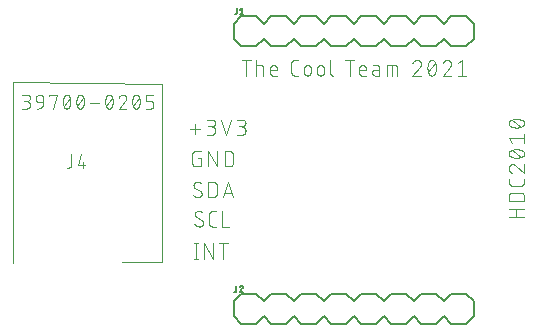
<source format=gbr>
G04 EAGLE Gerber RS-274X export*
G75*
%MOMM*%
%FSLAX34Y34*%
%LPD*%
%INSilkscreen Top*%
%IPPOS*%
%AMOC8*
5,1,8,0,0,1.08239X$1,22.5*%
G01*
%ADD10C,0.101600*%
%ADD11C,0.203200*%
%ADD12C,0.127000*%
%ADD13C,0.100000*%


D10*
X186208Y195244D02*
X195013Y195244D01*
X190611Y190842D02*
X190611Y199647D01*
X200597Y190108D02*
X204266Y190108D01*
X204386Y190110D01*
X204506Y190116D01*
X204626Y190126D01*
X204745Y190139D01*
X204864Y190157D01*
X204982Y190178D01*
X205099Y190204D01*
X205216Y190233D01*
X205331Y190266D01*
X205445Y190303D01*
X205558Y190343D01*
X205670Y190387D01*
X205780Y190435D01*
X205889Y190486D01*
X205996Y190541D01*
X206101Y190600D01*
X206203Y190661D01*
X206304Y190726D01*
X206403Y190795D01*
X206500Y190866D01*
X206594Y190941D01*
X206685Y191018D01*
X206774Y191099D01*
X206860Y191183D01*
X206944Y191269D01*
X207025Y191358D01*
X207102Y191449D01*
X207177Y191543D01*
X207248Y191640D01*
X207317Y191739D01*
X207382Y191840D01*
X207443Y191943D01*
X207502Y192047D01*
X207557Y192154D01*
X207608Y192263D01*
X207656Y192373D01*
X207700Y192485D01*
X207740Y192598D01*
X207777Y192712D01*
X207810Y192827D01*
X207839Y192944D01*
X207865Y193061D01*
X207886Y193179D01*
X207904Y193298D01*
X207917Y193417D01*
X207927Y193537D01*
X207933Y193657D01*
X207935Y193777D01*
X207933Y193897D01*
X207927Y194017D01*
X207917Y194137D01*
X207904Y194256D01*
X207886Y194375D01*
X207865Y194493D01*
X207839Y194610D01*
X207810Y194727D01*
X207777Y194842D01*
X207740Y194956D01*
X207700Y195069D01*
X207656Y195181D01*
X207608Y195291D01*
X207557Y195400D01*
X207502Y195507D01*
X207443Y195612D01*
X207382Y195714D01*
X207317Y195815D01*
X207248Y195914D01*
X207177Y196011D01*
X207102Y196105D01*
X207025Y196196D01*
X206944Y196285D01*
X206860Y196371D01*
X206774Y196455D01*
X206685Y196536D01*
X206594Y196613D01*
X206500Y196688D01*
X206403Y196759D01*
X206304Y196828D01*
X206203Y196893D01*
X206100Y196954D01*
X205996Y197013D01*
X205889Y197068D01*
X205780Y197119D01*
X205670Y197167D01*
X205558Y197211D01*
X205445Y197251D01*
X205331Y197288D01*
X205216Y197321D01*
X205099Y197350D01*
X204982Y197376D01*
X204864Y197397D01*
X204745Y197415D01*
X204626Y197428D01*
X204506Y197438D01*
X204386Y197444D01*
X204266Y197446D01*
X204999Y203316D02*
X200597Y203316D01*
X204999Y203316D02*
X205106Y203314D01*
X205213Y203308D01*
X205320Y203298D01*
X205426Y203285D01*
X205532Y203267D01*
X205637Y203246D01*
X205741Y203221D01*
X205845Y203192D01*
X205947Y203159D01*
X206047Y203122D01*
X206147Y203082D01*
X206245Y203038D01*
X206341Y202991D01*
X206435Y202940D01*
X206528Y202886D01*
X206618Y202829D01*
X206707Y202768D01*
X206793Y202704D01*
X206876Y202637D01*
X206958Y202567D01*
X207036Y202494D01*
X207112Y202418D01*
X207185Y202340D01*
X207255Y202258D01*
X207322Y202175D01*
X207386Y202089D01*
X207447Y202000D01*
X207504Y201910D01*
X207558Y201817D01*
X207609Y201723D01*
X207656Y201627D01*
X207700Y201529D01*
X207740Y201429D01*
X207777Y201329D01*
X207810Y201227D01*
X207839Y201123D01*
X207864Y201019D01*
X207885Y200914D01*
X207903Y200808D01*
X207916Y200702D01*
X207926Y200595D01*
X207932Y200488D01*
X207934Y200381D01*
X207932Y200274D01*
X207926Y200167D01*
X207916Y200060D01*
X207903Y199954D01*
X207885Y199848D01*
X207864Y199743D01*
X207839Y199639D01*
X207810Y199535D01*
X207777Y199433D01*
X207740Y199333D01*
X207700Y199233D01*
X207656Y199135D01*
X207609Y199039D01*
X207558Y198945D01*
X207504Y198852D01*
X207447Y198762D01*
X207386Y198673D01*
X207322Y198587D01*
X207255Y198504D01*
X207185Y198422D01*
X207112Y198344D01*
X207036Y198268D01*
X206958Y198195D01*
X206876Y198125D01*
X206793Y198058D01*
X206707Y197994D01*
X206618Y197933D01*
X206528Y197876D01*
X206435Y197822D01*
X206341Y197771D01*
X206245Y197724D01*
X206147Y197680D01*
X206047Y197640D01*
X205947Y197603D01*
X205845Y197570D01*
X205741Y197541D01*
X205637Y197516D01*
X205532Y197495D01*
X205426Y197477D01*
X205320Y197464D01*
X205213Y197454D01*
X205106Y197448D01*
X204999Y197446D01*
X202064Y197446D01*
X212665Y203316D02*
X217067Y190108D01*
X221470Y203316D01*
X226200Y190108D02*
X229869Y190108D01*
X229989Y190110D01*
X230109Y190116D01*
X230229Y190126D01*
X230348Y190139D01*
X230467Y190157D01*
X230585Y190178D01*
X230702Y190204D01*
X230819Y190233D01*
X230934Y190266D01*
X231048Y190303D01*
X231161Y190343D01*
X231273Y190387D01*
X231383Y190435D01*
X231492Y190486D01*
X231599Y190541D01*
X231704Y190600D01*
X231806Y190661D01*
X231907Y190726D01*
X232006Y190795D01*
X232103Y190866D01*
X232197Y190941D01*
X232288Y191018D01*
X232377Y191099D01*
X232463Y191183D01*
X232547Y191269D01*
X232628Y191358D01*
X232705Y191449D01*
X232780Y191543D01*
X232851Y191640D01*
X232920Y191739D01*
X232985Y191840D01*
X233046Y191943D01*
X233105Y192047D01*
X233160Y192154D01*
X233211Y192263D01*
X233259Y192373D01*
X233303Y192485D01*
X233343Y192598D01*
X233380Y192712D01*
X233413Y192827D01*
X233442Y192944D01*
X233468Y193061D01*
X233489Y193179D01*
X233507Y193298D01*
X233520Y193417D01*
X233530Y193537D01*
X233536Y193657D01*
X233538Y193777D01*
X233536Y193897D01*
X233530Y194017D01*
X233520Y194137D01*
X233507Y194256D01*
X233489Y194375D01*
X233468Y194493D01*
X233442Y194610D01*
X233413Y194727D01*
X233380Y194842D01*
X233343Y194956D01*
X233303Y195069D01*
X233259Y195181D01*
X233211Y195291D01*
X233160Y195400D01*
X233105Y195507D01*
X233046Y195612D01*
X232985Y195714D01*
X232920Y195815D01*
X232851Y195914D01*
X232780Y196011D01*
X232705Y196105D01*
X232628Y196196D01*
X232547Y196285D01*
X232463Y196371D01*
X232377Y196455D01*
X232288Y196536D01*
X232197Y196613D01*
X232103Y196688D01*
X232006Y196759D01*
X231907Y196828D01*
X231806Y196893D01*
X231703Y196954D01*
X231599Y197013D01*
X231492Y197068D01*
X231383Y197119D01*
X231273Y197167D01*
X231161Y197211D01*
X231048Y197251D01*
X230934Y197288D01*
X230819Y197321D01*
X230702Y197350D01*
X230585Y197376D01*
X230467Y197397D01*
X230348Y197415D01*
X230229Y197428D01*
X230109Y197438D01*
X229989Y197444D01*
X229869Y197446D01*
X230603Y203316D02*
X226200Y203316D01*
X230603Y203316D02*
X230710Y203314D01*
X230817Y203308D01*
X230924Y203298D01*
X231030Y203285D01*
X231136Y203267D01*
X231241Y203246D01*
X231345Y203221D01*
X231449Y203192D01*
X231551Y203159D01*
X231651Y203122D01*
X231751Y203082D01*
X231849Y203038D01*
X231945Y202991D01*
X232039Y202940D01*
X232132Y202886D01*
X232222Y202829D01*
X232311Y202768D01*
X232397Y202704D01*
X232480Y202637D01*
X232562Y202567D01*
X232640Y202494D01*
X232716Y202418D01*
X232789Y202340D01*
X232859Y202258D01*
X232926Y202175D01*
X232990Y202089D01*
X233051Y202000D01*
X233108Y201910D01*
X233162Y201817D01*
X233213Y201723D01*
X233260Y201627D01*
X233304Y201529D01*
X233344Y201429D01*
X233381Y201329D01*
X233414Y201227D01*
X233443Y201123D01*
X233468Y201019D01*
X233489Y200914D01*
X233507Y200808D01*
X233520Y200702D01*
X233530Y200595D01*
X233536Y200488D01*
X233538Y200381D01*
X233536Y200274D01*
X233530Y200167D01*
X233520Y200060D01*
X233507Y199954D01*
X233489Y199848D01*
X233468Y199743D01*
X233443Y199639D01*
X233414Y199535D01*
X233381Y199433D01*
X233344Y199333D01*
X233304Y199233D01*
X233260Y199135D01*
X233213Y199039D01*
X233162Y198945D01*
X233108Y198852D01*
X233051Y198762D01*
X232990Y198673D01*
X232926Y198587D01*
X232859Y198504D01*
X232789Y198422D01*
X232716Y198344D01*
X232640Y198268D01*
X232562Y198195D01*
X232480Y198125D01*
X232397Y198058D01*
X232311Y197994D01*
X232222Y197933D01*
X232132Y197876D01*
X232039Y197822D01*
X231945Y197771D01*
X231849Y197724D01*
X231751Y197680D01*
X231651Y197640D01*
X231551Y197603D01*
X231449Y197570D01*
X231345Y197541D01*
X231241Y197516D01*
X231136Y197495D01*
X231030Y197477D01*
X230924Y197464D01*
X230817Y197454D01*
X230710Y197448D01*
X230603Y197446D01*
X227667Y197446D01*
X195846Y170946D02*
X193644Y170946D01*
X195846Y170946D02*
X195846Y163608D01*
X191443Y163608D01*
X191336Y163610D01*
X191229Y163616D01*
X191122Y163626D01*
X191016Y163639D01*
X190910Y163657D01*
X190805Y163678D01*
X190701Y163703D01*
X190597Y163732D01*
X190495Y163765D01*
X190395Y163802D01*
X190295Y163842D01*
X190197Y163886D01*
X190101Y163933D01*
X190007Y163984D01*
X189914Y164038D01*
X189824Y164095D01*
X189735Y164156D01*
X189649Y164220D01*
X189566Y164287D01*
X189484Y164357D01*
X189406Y164430D01*
X189330Y164506D01*
X189257Y164584D01*
X189187Y164666D01*
X189120Y164749D01*
X189056Y164835D01*
X188995Y164924D01*
X188938Y165014D01*
X188884Y165107D01*
X188833Y165201D01*
X188786Y165297D01*
X188742Y165395D01*
X188702Y165495D01*
X188665Y165595D01*
X188632Y165697D01*
X188603Y165801D01*
X188578Y165905D01*
X188557Y166010D01*
X188539Y166116D01*
X188526Y166222D01*
X188516Y166329D01*
X188510Y166436D01*
X188508Y166543D01*
X188508Y173881D01*
X188510Y173988D01*
X188516Y174095D01*
X188526Y174202D01*
X188539Y174308D01*
X188557Y174414D01*
X188578Y174519D01*
X188603Y174623D01*
X188632Y174727D01*
X188665Y174829D01*
X188702Y174929D01*
X188742Y175029D01*
X188786Y175127D01*
X188833Y175223D01*
X188884Y175317D01*
X188938Y175410D01*
X188995Y175500D01*
X189056Y175589D01*
X189120Y175675D01*
X189187Y175758D01*
X189257Y175840D01*
X189330Y175918D01*
X189406Y175994D01*
X189484Y176067D01*
X189566Y176137D01*
X189649Y176204D01*
X189735Y176268D01*
X189824Y176329D01*
X189914Y176386D01*
X190007Y176440D01*
X190101Y176491D01*
X190197Y176538D01*
X190295Y176582D01*
X190395Y176622D01*
X190495Y176659D01*
X190597Y176692D01*
X190701Y176721D01*
X190805Y176746D01*
X190910Y176767D01*
X191016Y176785D01*
X191122Y176798D01*
X191229Y176808D01*
X191336Y176814D01*
X191443Y176816D01*
X195846Y176816D01*
X202163Y176816D02*
X202163Y163608D01*
X209501Y163608D02*
X202163Y176816D01*
X209501Y176816D02*
X209501Y163608D01*
X215818Y163608D02*
X215818Y176816D01*
X219487Y176816D01*
X219607Y176814D01*
X219727Y176808D01*
X219847Y176798D01*
X219966Y176785D01*
X220085Y176767D01*
X220203Y176746D01*
X220320Y176720D01*
X220437Y176691D01*
X220552Y176658D01*
X220666Y176621D01*
X220779Y176581D01*
X220891Y176537D01*
X221001Y176489D01*
X221110Y176438D01*
X221217Y176383D01*
X221322Y176324D01*
X221424Y176263D01*
X221525Y176198D01*
X221624Y176129D01*
X221721Y176058D01*
X221815Y175983D01*
X221906Y175906D01*
X221995Y175825D01*
X222081Y175741D01*
X222165Y175655D01*
X222246Y175566D01*
X222323Y175475D01*
X222398Y175381D01*
X222469Y175284D01*
X222538Y175185D01*
X222603Y175084D01*
X222664Y174982D01*
X222723Y174877D01*
X222778Y174770D01*
X222829Y174661D01*
X222877Y174551D01*
X222921Y174439D01*
X222961Y174326D01*
X222998Y174212D01*
X223031Y174097D01*
X223060Y173980D01*
X223086Y173863D01*
X223107Y173745D01*
X223125Y173626D01*
X223138Y173507D01*
X223148Y173387D01*
X223154Y173267D01*
X223156Y173147D01*
X223156Y167277D01*
X223154Y167157D01*
X223148Y167037D01*
X223138Y166917D01*
X223125Y166798D01*
X223107Y166679D01*
X223086Y166561D01*
X223060Y166444D01*
X223031Y166327D01*
X222998Y166212D01*
X222961Y166098D01*
X222921Y165985D01*
X222877Y165873D01*
X222829Y165763D01*
X222778Y165654D01*
X222723Y165547D01*
X222664Y165443D01*
X222603Y165340D01*
X222538Y165239D01*
X222469Y165140D01*
X222398Y165043D01*
X222323Y164949D01*
X222246Y164858D01*
X222165Y164769D01*
X222081Y164683D01*
X221995Y164599D01*
X221906Y164518D01*
X221815Y164441D01*
X221721Y164366D01*
X221624Y164295D01*
X221525Y164226D01*
X221424Y164161D01*
X221322Y164100D01*
X221217Y164041D01*
X221110Y163986D01*
X221001Y163935D01*
X220891Y163887D01*
X220779Y163843D01*
X220666Y163803D01*
X220552Y163766D01*
X220437Y163733D01*
X220320Y163704D01*
X220203Y163678D01*
X220085Y163657D01*
X219966Y163639D01*
X219847Y163626D01*
X219727Y163616D01*
X219607Y163610D01*
X219487Y163608D01*
X215818Y163608D01*
X196446Y140443D02*
X196444Y140336D01*
X196438Y140229D01*
X196428Y140122D01*
X196415Y140016D01*
X196397Y139910D01*
X196376Y139805D01*
X196351Y139701D01*
X196322Y139597D01*
X196289Y139495D01*
X196252Y139395D01*
X196212Y139295D01*
X196168Y139197D01*
X196121Y139101D01*
X196070Y139007D01*
X196016Y138914D01*
X195959Y138824D01*
X195898Y138735D01*
X195834Y138649D01*
X195767Y138566D01*
X195697Y138484D01*
X195624Y138406D01*
X195548Y138330D01*
X195470Y138257D01*
X195388Y138187D01*
X195305Y138120D01*
X195219Y138056D01*
X195130Y137995D01*
X195040Y137938D01*
X194947Y137884D01*
X194853Y137833D01*
X194757Y137786D01*
X194659Y137742D01*
X194559Y137702D01*
X194459Y137665D01*
X194357Y137632D01*
X194253Y137603D01*
X194149Y137578D01*
X194044Y137557D01*
X193938Y137539D01*
X193832Y137526D01*
X193725Y137516D01*
X193618Y137510D01*
X193511Y137508D01*
X193358Y137510D01*
X193205Y137516D01*
X193053Y137525D01*
X192900Y137538D01*
X192748Y137555D01*
X192597Y137576D01*
X192445Y137600D01*
X192295Y137628D01*
X192145Y137660D01*
X191997Y137696D01*
X191849Y137735D01*
X191702Y137778D01*
X191556Y137824D01*
X191412Y137874D01*
X191268Y137928D01*
X191126Y137985D01*
X190986Y138045D01*
X190847Y138110D01*
X190710Y138177D01*
X190574Y138248D01*
X190440Y138322D01*
X190308Y138399D01*
X190178Y138480D01*
X190050Y138564D01*
X189924Y138651D01*
X189801Y138741D01*
X189679Y138834D01*
X189560Y138930D01*
X189444Y139029D01*
X189329Y139130D01*
X189218Y139235D01*
X189109Y139342D01*
X189475Y147781D02*
X189477Y147888D01*
X189483Y147995D01*
X189493Y148102D01*
X189506Y148208D01*
X189524Y148314D01*
X189545Y148419D01*
X189570Y148523D01*
X189599Y148627D01*
X189632Y148729D01*
X189669Y148829D01*
X189709Y148929D01*
X189753Y149027D01*
X189800Y149123D01*
X189851Y149217D01*
X189905Y149310D01*
X189962Y149400D01*
X190023Y149489D01*
X190087Y149575D01*
X190154Y149658D01*
X190224Y149740D01*
X190297Y149818D01*
X190373Y149894D01*
X190451Y149967D01*
X190533Y150037D01*
X190616Y150104D01*
X190702Y150168D01*
X190791Y150229D01*
X190881Y150286D01*
X190974Y150340D01*
X191068Y150391D01*
X191164Y150438D01*
X191262Y150482D01*
X191362Y150522D01*
X191462Y150559D01*
X191564Y150592D01*
X191668Y150621D01*
X191772Y150646D01*
X191877Y150667D01*
X191983Y150685D01*
X192089Y150698D01*
X192196Y150708D01*
X192303Y150714D01*
X192410Y150716D01*
X192558Y150714D01*
X192705Y150708D01*
X192852Y150698D01*
X192999Y150684D01*
X193146Y150667D01*
X193291Y150645D01*
X193437Y150619D01*
X193581Y150590D01*
X193725Y150557D01*
X193868Y150519D01*
X194010Y150478D01*
X194150Y150434D01*
X194290Y150385D01*
X194428Y150333D01*
X194564Y150277D01*
X194699Y150217D01*
X194832Y150154D01*
X194964Y150087D01*
X195094Y150017D01*
X195222Y149944D01*
X195347Y149866D01*
X195471Y149786D01*
X195593Y149702D01*
X195712Y149615D01*
X190943Y145213D02*
X190852Y145269D01*
X190763Y145328D01*
X190676Y145390D01*
X190592Y145455D01*
X190509Y145523D01*
X190430Y145594D01*
X190353Y145668D01*
X190279Y145745D01*
X190207Y145824D01*
X190139Y145906D01*
X190073Y145990D01*
X190010Y146077D01*
X189951Y146165D01*
X189895Y146256D01*
X189842Y146349D01*
X189792Y146443D01*
X189746Y146539D01*
X189703Y146637D01*
X189664Y146736D01*
X189628Y146837D01*
X189596Y146939D01*
X189568Y147042D01*
X189544Y147146D01*
X189523Y147250D01*
X189506Y147356D01*
X189492Y147461D01*
X189483Y147568D01*
X189477Y147674D01*
X189475Y147781D01*
X194978Y143011D02*
X195069Y142955D01*
X195158Y142896D01*
X195245Y142834D01*
X195329Y142769D01*
X195412Y142701D01*
X195491Y142630D01*
X195568Y142556D01*
X195642Y142479D01*
X195714Y142400D01*
X195782Y142318D01*
X195848Y142234D01*
X195911Y142147D01*
X195970Y142059D01*
X196026Y141968D01*
X196079Y141875D01*
X196129Y141781D01*
X196175Y141685D01*
X196218Y141587D01*
X196257Y141488D01*
X196293Y141387D01*
X196325Y141285D01*
X196353Y141182D01*
X196377Y141078D01*
X196398Y140974D01*
X196415Y140868D01*
X196429Y140763D01*
X196438Y140656D01*
X196444Y140550D01*
X196446Y140443D01*
X194978Y143011D02*
X190942Y145213D01*
X201910Y150716D02*
X201910Y137508D01*
X201910Y150716D02*
X205578Y150716D01*
X205698Y150714D01*
X205818Y150708D01*
X205938Y150698D01*
X206057Y150685D01*
X206176Y150667D01*
X206294Y150646D01*
X206411Y150620D01*
X206528Y150591D01*
X206643Y150558D01*
X206757Y150521D01*
X206870Y150481D01*
X206982Y150437D01*
X207092Y150389D01*
X207201Y150338D01*
X207308Y150283D01*
X207413Y150224D01*
X207515Y150163D01*
X207616Y150098D01*
X207715Y150029D01*
X207812Y149958D01*
X207906Y149883D01*
X207997Y149806D01*
X208086Y149725D01*
X208172Y149641D01*
X208256Y149555D01*
X208337Y149466D01*
X208414Y149375D01*
X208489Y149281D01*
X208560Y149184D01*
X208629Y149085D01*
X208694Y148984D01*
X208755Y148882D01*
X208814Y148777D01*
X208869Y148670D01*
X208920Y148561D01*
X208968Y148451D01*
X209012Y148339D01*
X209052Y148226D01*
X209089Y148112D01*
X209122Y147997D01*
X209151Y147880D01*
X209177Y147763D01*
X209198Y147645D01*
X209216Y147526D01*
X209229Y147407D01*
X209239Y147287D01*
X209245Y147167D01*
X209247Y147047D01*
X209247Y141177D01*
X209245Y141057D01*
X209239Y140937D01*
X209229Y140817D01*
X209216Y140698D01*
X209198Y140579D01*
X209177Y140461D01*
X209151Y140344D01*
X209122Y140227D01*
X209089Y140112D01*
X209052Y139998D01*
X209012Y139885D01*
X208968Y139773D01*
X208920Y139663D01*
X208869Y139554D01*
X208814Y139447D01*
X208755Y139343D01*
X208694Y139240D01*
X208629Y139139D01*
X208560Y139040D01*
X208489Y138943D01*
X208414Y138849D01*
X208337Y138758D01*
X208256Y138669D01*
X208172Y138583D01*
X208086Y138499D01*
X207997Y138418D01*
X207906Y138341D01*
X207812Y138266D01*
X207715Y138195D01*
X207616Y138126D01*
X207515Y138061D01*
X207413Y138000D01*
X207308Y137941D01*
X207201Y137886D01*
X207092Y137835D01*
X206982Y137787D01*
X206870Y137743D01*
X206757Y137703D01*
X206643Y137666D01*
X206528Y137633D01*
X206411Y137604D01*
X206294Y137578D01*
X206176Y137557D01*
X206057Y137539D01*
X205938Y137526D01*
X205818Y137516D01*
X205698Y137510D01*
X205578Y137508D01*
X201910Y137508D01*
X214404Y137508D02*
X218807Y150716D01*
X223209Y137508D01*
X222109Y140810D02*
X215505Y140810D01*
X197646Y115643D02*
X197644Y115536D01*
X197638Y115429D01*
X197628Y115322D01*
X197615Y115216D01*
X197597Y115110D01*
X197576Y115005D01*
X197551Y114901D01*
X197522Y114797D01*
X197489Y114695D01*
X197452Y114595D01*
X197412Y114495D01*
X197368Y114397D01*
X197321Y114301D01*
X197270Y114207D01*
X197216Y114114D01*
X197159Y114024D01*
X197098Y113935D01*
X197034Y113849D01*
X196967Y113766D01*
X196897Y113684D01*
X196824Y113606D01*
X196748Y113530D01*
X196670Y113457D01*
X196588Y113387D01*
X196505Y113320D01*
X196419Y113256D01*
X196330Y113195D01*
X196240Y113138D01*
X196147Y113084D01*
X196053Y113033D01*
X195957Y112986D01*
X195859Y112942D01*
X195759Y112902D01*
X195659Y112865D01*
X195557Y112832D01*
X195453Y112803D01*
X195349Y112778D01*
X195244Y112757D01*
X195138Y112739D01*
X195032Y112726D01*
X194925Y112716D01*
X194818Y112710D01*
X194711Y112708D01*
X194558Y112710D01*
X194405Y112716D01*
X194253Y112725D01*
X194100Y112738D01*
X193948Y112755D01*
X193797Y112776D01*
X193645Y112800D01*
X193495Y112828D01*
X193345Y112860D01*
X193197Y112896D01*
X193049Y112935D01*
X192902Y112978D01*
X192756Y113024D01*
X192612Y113074D01*
X192468Y113128D01*
X192326Y113185D01*
X192186Y113245D01*
X192047Y113310D01*
X191910Y113377D01*
X191774Y113448D01*
X191640Y113522D01*
X191508Y113599D01*
X191378Y113680D01*
X191250Y113764D01*
X191124Y113851D01*
X191001Y113941D01*
X190879Y114034D01*
X190760Y114130D01*
X190644Y114229D01*
X190529Y114330D01*
X190418Y114435D01*
X190309Y114542D01*
X190675Y122981D02*
X190677Y123088D01*
X190683Y123195D01*
X190693Y123302D01*
X190706Y123408D01*
X190724Y123514D01*
X190745Y123619D01*
X190770Y123723D01*
X190799Y123827D01*
X190832Y123929D01*
X190869Y124029D01*
X190909Y124129D01*
X190953Y124227D01*
X191000Y124323D01*
X191051Y124417D01*
X191105Y124510D01*
X191162Y124600D01*
X191223Y124689D01*
X191287Y124775D01*
X191354Y124858D01*
X191424Y124940D01*
X191497Y125018D01*
X191573Y125094D01*
X191651Y125167D01*
X191733Y125237D01*
X191816Y125304D01*
X191902Y125368D01*
X191991Y125429D01*
X192081Y125486D01*
X192174Y125540D01*
X192268Y125591D01*
X192364Y125638D01*
X192462Y125682D01*
X192562Y125722D01*
X192662Y125759D01*
X192764Y125792D01*
X192868Y125821D01*
X192972Y125846D01*
X193077Y125867D01*
X193183Y125885D01*
X193289Y125898D01*
X193396Y125908D01*
X193503Y125914D01*
X193610Y125916D01*
X193758Y125914D01*
X193905Y125908D01*
X194052Y125898D01*
X194199Y125884D01*
X194346Y125867D01*
X194491Y125845D01*
X194637Y125819D01*
X194781Y125790D01*
X194925Y125757D01*
X195068Y125719D01*
X195210Y125678D01*
X195350Y125634D01*
X195490Y125585D01*
X195628Y125533D01*
X195764Y125477D01*
X195899Y125417D01*
X196032Y125354D01*
X196164Y125287D01*
X196294Y125217D01*
X196422Y125144D01*
X196547Y125066D01*
X196671Y124986D01*
X196793Y124902D01*
X196912Y124815D01*
X192143Y120413D02*
X192052Y120469D01*
X191963Y120528D01*
X191876Y120590D01*
X191792Y120655D01*
X191709Y120723D01*
X191630Y120794D01*
X191553Y120868D01*
X191479Y120945D01*
X191407Y121024D01*
X191339Y121106D01*
X191273Y121190D01*
X191210Y121277D01*
X191151Y121365D01*
X191095Y121456D01*
X191042Y121549D01*
X190992Y121643D01*
X190946Y121739D01*
X190903Y121837D01*
X190864Y121936D01*
X190828Y122037D01*
X190796Y122139D01*
X190768Y122242D01*
X190744Y122346D01*
X190723Y122450D01*
X190706Y122556D01*
X190692Y122661D01*
X190683Y122768D01*
X190677Y122874D01*
X190675Y122981D01*
X196178Y118211D02*
X196269Y118155D01*
X196358Y118096D01*
X196445Y118034D01*
X196529Y117969D01*
X196612Y117901D01*
X196691Y117830D01*
X196768Y117756D01*
X196842Y117679D01*
X196914Y117600D01*
X196982Y117518D01*
X197048Y117434D01*
X197111Y117347D01*
X197170Y117259D01*
X197226Y117168D01*
X197279Y117075D01*
X197329Y116981D01*
X197375Y116885D01*
X197418Y116787D01*
X197457Y116688D01*
X197493Y116587D01*
X197525Y116485D01*
X197553Y116382D01*
X197577Y116278D01*
X197598Y116174D01*
X197615Y116068D01*
X197629Y115963D01*
X197638Y115856D01*
X197644Y115750D01*
X197646Y115643D01*
X196178Y118211D02*
X192142Y120413D01*
X205583Y112708D02*
X208518Y112708D01*
X205583Y112708D02*
X205476Y112710D01*
X205369Y112716D01*
X205262Y112726D01*
X205156Y112739D01*
X205050Y112757D01*
X204945Y112778D01*
X204841Y112803D01*
X204737Y112832D01*
X204635Y112865D01*
X204535Y112902D01*
X204435Y112942D01*
X204337Y112986D01*
X204241Y113033D01*
X204147Y113084D01*
X204054Y113138D01*
X203964Y113195D01*
X203875Y113256D01*
X203789Y113320D01*
X203706Y113387D01*
X203624Y113457D01*
X203546Y113530D01*
X203470Y113606D01*
X203397Y113684D01*
X203327Y113766D01*
X203260Y113849D01*
X203196Y113935D01*
X203135Y114024D01*
X203078Y114114D01*
X203024Y114207D01*
X202973Y114301D01*
X202926Y114397D01*
X202882Y114495D01*
X202842Y114595D01*
X202805Y114695D01*
X202772Y114797D01*
X202743Y114901D01*
X202718Y115005D01*
X202697Y115110D01*
X202679Y115216D01*
X202666Y115322D01*
X202656Y115429D01*
X202650Y115536D01*
X202648Y115643D01*
X202648Y122981D01*
X202650Y123088D01*
X202656Y123195D01*
X202666Y123302D01*
X202679Y123408D01*
X202697Y123514D01*
X202718Y123619D01*
X202743Y123723D01*
X202772Y123827D01*
X202805Y123929D01*
X202842Y124029D01*
X202882Y124129D01*
X202926Y124227D01*
X202973Y124323D01*
X203024Y124417D01*
X203078Y124510D01*
X203135Y124600D01*
X203196Y124689D01*
X203260Y124775D01*
X203327Y124858D01*
X203397Y124940D01*
X203470Y125018D01*
X203546Y125094D01*
X203624Y125167D01*
X203706Y125237D01*
X203789Y125304D01*
X203875Y125368D01*
X203964Y125429D01*
X204054Y125486D01*
X204147Y125540D01*
X204241Y125591D01*
X204337Y125638D01*
X204435Y125682D01*
X204535Y125722D01*
X204635Y125759D01*
X204737Y125792D01*
X204841Y125821D01*
X204945Y125846D01*
X205050Y125867D01*
X205156Y125885D01*
X205262Y125898D01*
X205369Y125908D01*
X205476Y125914D01*
X205583Y125916D01*
X208518Y125916D01*
X213802Y125916D02*
X213802Y112708D01*
X219672Y112708D01*
X191576Y98616D02*
X191576Y85408D01*
X193043Y85408D02*
X190108Y85408D01*
X190108Y98616D02*
X193043Y98616D01*
X198575Y98616D02*
X198575Y85408D01*
X205912Y85408D02*
X198575Y98616D01*
X205912Y98616D02*
X205912Y85408D01*
X214618Y85408D02*
X214618Y98616D01*
X210949Y98616D02*
X218287Y98616D01*
X456284Y120508D02*
X469492Y120508D01*
X462154Y120508D02*
X462154Y127846D01*
X456284Y127846D02*
X469492Y127846D01*
X469492Y134163D02*
X456284Y134163D01*
X456284Y137832D01*
X456286Y137952D01*
X456292Y138072D01*
X456302Y138192D01*
X456315Y138311D01*
X456333Y138430D01*
X456354Y138548D01*
X456380Y138665D01*
X456409Y138782D01*
X456442Y138897D01*
X456479Y139011D01*
X456519Y139124D01*
X456563Y139236D01*
X456611Y139346D01*
X456662Y139455D01*
X456717Y139562D01*
X456776Y139667D01*
X456837Y139769D01*
X456902Y139870D01*
X456971Y139969D01*
X457042Y140066D01*
X457117Y140160D01*
X457195Y140251D01*
X457275Y140340D01*
X457359Y140426D01*
X457445Y140510D01*
X457534Y140591D01*
X457625Y140668D01*
X457719Y140743D01*
X457816Y140814D01*
X457915Y140883D01*
X458016Y140948D01*
X458119Y141009D01*
X458223Y141068D01*
X458330Y141123D01*
X458439Y141174D01*
X458549Y141222D01*
X458661Y141266D01*
X458774Y141306D01*
X458888Y141343D01*
X459003Y141376D01*
X459120Y141405D01*
X459237Y141431D01*
X459355Y141452D01*
X459474Y141470D01*
X459593Y141483D01*
X459713Y141493D01*
X459833Y141499D01*
X459953Y141501D01*
X465823Y141501D01*
X465943Y141499D01*
X466063Y141493D01*
X466183Y141483D01*
X466302Y141470D01*
X466421Y141452D01*
X466539Y141431D01*
X466656Y141405D01*
X466773Y141376D01*
X466888Y141343D01*
X467002Y141306D01*
X467115Y141266D01*
X467227Y141222D01*
X467337Y141174D01*
X467446Y141123D01*
X467553Y141068D01*
X467658Y141009D01*
X467760Y140948D01*
X467861Y140883D01*
X467960Y140814D01*
X468057Y140743D01*
X468151Y140668D01*
X468242Y140591D01*
X468331Y140510D01*
X468417Y140426D01*
X468501Y140340D01*
X468582Y140251D01*
X468659Y140160D01*
X468734Y140066D01*
X468805Y139969D01*
X468874Y139870D01*
X468939Y139769D01*
X469000Y139667D01*
X469059Y139562D01*
X469114Y139455D01*
X469165Y139346D01*
X469213Y139236D01*
X469257Y139124D01*
X469297Y139011D01*
X469334Y138897D01*
X469367Y138782D01*
X469396Y138665D01*
X469422Y138548D01*
X469443Y138430D01*
X469461Y138311D01*
X469474Y138192D01*
X469484Y138072D01*
X469490Y137952D01*
X469492Y137832D01*
X469492Y134163D01*
X469492Y150291D02*
X469492Y153226D01*
X469492Y150291D02*
X469490Y150184D01*
X469484Y150077D01*
X469474Y149970D01*
X469461Y149864D01*
X469443Y149758D01*
X469422Y149653D01*
X469397Y149549D01*
X469368Y149445D01*
X469335Y149343D01*
X469298Y149243D01*
X469258Y149143D01*
X469214Y149045D01*
X469167Y148949D01*
X469116Y148855D01*
X469062Y148762D01*
X469005Y148672D01*
X468944Y148583D01*
X468880Y148497D01*
X468813Y148414D01*
X468743Y148332D01*
X468670Y148254D01*
X468594Y148178D01*
X468516Y148105D01*
X468434Y148035D01*
X468351Y147968D01*
X468265Y147904D01*
X468176Y147843D01*
X468086Y147786D01*
X467993Y147732D01*
X467899Y147681D01*
X467803Y147634D01*
X467705Y147590D01*
X467605Y147550D01*
X467505Y147513D01*
X467403Y147480D01*
X467299Y147451D01*
X467195Y147426D01*
X467090Y147405D01*
X466984Y147387D01*
X466878Y147374D01*
X466771Y147364D01*
X466664Y147358D01*
X466557Y147356D01*
X459219Y147356D01*
X459112Y147358D01*
X459005Y147364D01*
X458898Y147374D01*
X458792Y147387D01*
X458686Y147405D01*
X458581Y147426D01*
X458477Y147451D01*
X458373Y147480D01*
X458271Y147513D01*
X458171Y147550D01*
X458071Y147590D01*
X457973Y147634D01*
X457877Y147681D01*
X457783Y147732D01*
X457690Y147786D01*
X457600Y147843D01*
X457511Y147904D01*
X457425Y147968D01*
X457342Y148035D01*
X457260Y148105D01*
X457182Y148178D01*
X457106Y148254D01*
X457033Y148332D01*
X456963Y148414D01*
X456896Y148497D01*
X456832Y148583D01*
X456771Y148672D01*
X456714Y148762D01*
X456660Y148855D01*
X456609Y148949D01*
X456562Y149045D01*
X456518Y149143D01*
X456478Y149243D01*
X456441Y149343D01*
X456408Y149445D01*
X456379Y149549D01*
X456354Y149653D01*
X456333Y149758D01*
X456315Y149864D01*
X456302Y149970D01*
X456292Y150077D01*
X456286Y150184D01*
X456284Y150291D01*
X456284Y153226D01*
X456284Y162095D02*
X456286Y162208D01*
X456292Y162320D01*
X456301Y162433D01*
X456315Y162545D01*
X456332Y162656D01*
X456353Y162767D01*
X456378Y162877D01*
X456406Y162986D01*
X456439Y163094D01*
X456475Y163201D01*
X456514Y163306D01*
X456557Y163411D01*
X456604Y163513D01*
X456654Y163614D01*
X456708Y163713D01*
X456765Y163811D01*
X456825Y163906D01*
X456888Y163999D01*
X456955Y164090D01*
X457025Y164179D01*
X457097Y164265D01*
X457173Y164349D01*
X457251Y164430D01*
X457332Y164508D01*
X457416Y164584D01*
X457502Y164656D01*
X457591Y164726D01*
X457682Y164793D01*
X457775Y164856D01*
X457870Y164916D01*
X457968Y164973D01*
X458067Y165027D01*
X458168Y165077D01*
X458270Y165124D01*
X458375Y165167D01*
X458480Y165206D01*
X458587Y165242D01*
X458695Y165275D01*
X458804Y165303D01*
X458914Y165328D01*
X459025Y165349D01*
X459136Y165366D01*
X459248Y165380D01*
X459361Y165389D01*
X459473Y165395D01*
X459586Y165397D01*
X456284Y162095D02*
X456286Y161968D01*
X456292Y161841D01*
X456301Y161714D01*
X456314Y161588D01*
X456331Y161462D01*
X456352Y161337D01*
X456377Y161212D01*
X456405Y161089D01*
X456437Y160966D01*
X456473Y160844D01*
X456512Y160723D01*
X456555Y160603D01*
X456601Y160485D01*
X456651Y160368D01*
X456705Y160253D01*
X456762Y160140D01*
X456822Y160028D01*
X456885Y159918D01*
X456952Y159810D01*
X457022Y159704D01*
X457095Y159600D01*
X457172Y159498D01*
X457251Y159399D01*
X457333Y159302D01*
X457418Y159208D01*
X457506Y159116D01*
X457596Y159027D01*
X457690Y158941D01*
X457785Y158857D01*
X457883Y158777D01*
X457984Y158699D01*
X458087Y158624D01*
X458192Y158553D01*
X458299Y158485D01*
X458408Y158420D01*
X458519Y158358D01*
X458632Y158299D01*
X458746Y158244D01*
X458862Y158193D01*
X458980Y158145D01*
X459099Y158100D01*
X459219Y158059D01*
X462154Y164296D02*
X462074Y164378D01*
X461991Y164457D01*
X461905Y164534D01*
X461817Y164608D01*
X461726Y164678D01*
X461634Y164746D01*
X461539Y164811D01*
X461442Y164873D01*
X461343Y164931D01*
X461242Y164987D01*
X461140Y165039D01*
X461036Y165087D01*
X460930Y165132D01*
X460823Y165174D01*
X460715Y165213D01*
X460605Y165247D01*
X460495Y165279D01*
X460383Y165306D01*
X460271Y165330D01*
X460158Y165351D01*
X460044Y165367D01*
X459930Y165380D01*
X459816Y165390D01*
X459701Y165395D01*
X459586Y165397D01*
X462154Y164296D02*
X469492Y158059D01*
X469492Y165397D01*
X462888Y170861D02*
X462628Y170864D01*
X462369Y170873D01*
X462109Y170889D01*
X461850Y170911D01*
X461592Y170938D01*
X461334Y170972D01*
X461078Y171013D01*
X460822Y171059D01*
X460567Y171111D01*
X460314Y171170D01*
X460063Y171234D01*
X459812Y171305D01*
X459564Y171381D01*
X459318Y171463D01*
X459073Y171551D01*
X458831Y171645D01*
X458591Y171745D01*
X458354Y171851D01*
X458119Y171962D01*
X458118Y171962D02*
X458023Y171997D01*
X457928Y172035D01*
X457835Y172077D01*
X457744Y172123D01*
X457654Y172172D01*
X457566Y172224D01*
X457481Y172279D01*
X457397Y172338D01*
X457316Y172400D01*
X457237Y172464D01*
X457161Y172532D01*
X457087Y172603D01*
X457016Y172676D01*
X456948Y172752D01*
X456882Y172830D01*
X456820Y172911D01*
X456760Y172994D01*
X456704Y173079D01*
X456651Y173166D01*
X456602Y173255D01*
X456556Y173346D01*
X456513Y173439D01*
X456474Y173533D01*
X456438Y173629D01*
X456406Y173726D01*
X456377Y173824D01*
X456353Y173923D01*
X456332Y174023D01*
X456315Y174123D01*
X456301Y174224D01*
X456292Y174326D01*
X456286Y174428D01*
X456284Y174530D01*
X456286Y174632D01*
X456292Y174734D01*
X456301Y174836D01*
X456315Y174937D01*
X456332Y175037D01*
X456353Y175137D01*
X456377Y175236D01*
X456406Y175334D01*
X456438Y175431D01*
X456474Y175527D01*
X456513Y175621D01*
X456556Y175714D01*
X456602Y175805D01*
X456651Y175894D01*
X456704Y175981D01*
X456760Y176066D01*
X456820Y176149D01*
X456882Y176230D01*
X456948Y176308D01*
X457016Y176384D01*
X457087Y176458D01*
X457161Y176528D01*
X457237Y176596D01*
X457316Y176660D01*
X457397Y176722D01*
X457481Y176781D01*
X457566Y176836D01*
X457654Y176889D01*
X457744Y176937D01*
X457835Y176983D01*
X457928Y177025D01*
X458023Y177063D01*
X458119Y177098D01*
X458119Y177097D02*
X458354Y177208D01*
X458591Y177314D01*
X458831Y177414D01*
X459073Y177508D01*
X459318Y177596D01*
X459564Y177678D01*
X459812Y177754D01*
X460063Y177825D01*
X460314Y177889D01*
X460567Y177948D01*
X460822Y178000D01*
X461078Y178046D01*
X461334Y178087D01*
X461592Y178121D01*
X461850Y178148D01*
X462109Y178170D01*
X462369Y178186D01*
X462628Y178195D01*
X462888Y178198D01*
X462888Y170861D02*
X463148Y170864D01*
X463407Y170873D01*
X463667Y170889D01*
X463926Y170911D01*
X464184Y170938D01*
X464442Y170972D01*
X464698Y171013D01*
X464954Y171059D01*
X465209Y171111D01*
X465462Y171170D01*
X465713Y171234D01*
X465964Y171305D01*
X466212Y171381D01*
X466458Y171463D01*
X466703Y171551D01*
X466945Y171645D01*
X467185Y171745D01*
X467422Y171851D01*
X467657Y171962D01*
X467658Y171962D02*
X467753Y171997D01*
X467848Y172035D01*
X467941Y172077D01*
X468032Y172123D01*
X468122Y172172D01*
X468210Y172224D01*
X468295Y172279D01*
X468379Y172338D01*
X468460Y172400D01*
X468539Y172464D01*
X468615Y172532D01*
X468689Y172603D01*
X468760Y172676D01*
X468828Y172752D01*
X468894Y172830D01*
X468956Y172911D01*
X469016Y172994D01*
X469072Y173079D01*
X469125Y173166D01*
X469174Y173255D01*
X469220Y173346D01*
X469263Y173439D01*
X469302Y173533D01*
X469338Y173629D01*
X469370Y173726D01*
X469399Y173824D01*
X469423Y173923D01*
X469444Y174023D01*
X469461Y174123D01*
X469475Y174224D01*
X469484Y174326D01*
X469490Y174428D01*
X469492Y174530D01*
X467658Y177098D02*
X467423Y177209D01*
X467185Y177315D01*
X466945Y177415D01*
X466703Y177509D01*
X466459Y177597D01*
X466212Y177679D01*
X465964Y177755D01*
X465714Y177826D01*
X465462Y177890D01*
X465209Y177949D01*
X464954Y178001D01*
X464699Y178047D01*
X464442Y178088D01*
X464184Y178122D01*
X463926Y178149D01*
X463667Y178171D01*
X463408Y178187D01*
X463148Y178196D01*
X462888Y178199D01*
X467658Y177098D02*
X467753Y177063D01*
X467848Y177025D01*
X467941Y176983D01*
X468032Y176937D01*
X468122Y176888D01*
X468210Y176836D01*
X468295Y176781D01*
X468379Y176722D01*
X468460Y176660D01*
X468539Y176596D01*
X468615Y176528D01*
X468689Y176457D01*
X468760Y176384D01*
X468828Y176308D01*
X468894Y176230D01*
X468956Y176149D01*
X469016Y176066D01*
X469072Y175981D01*
X469125Y175894D01*
X469174Y175805D01*
X469220Y175714D01*
X469263Y175621D01*
X469302Y175527D01*
X469338Y175431D01*
X469370Y175334D01*
X469399Y175236D01*
X469423Y175137D01*
X469444Y175037D01*
X469461Y174937D01*
X469475Y174836D01*
X469484Y174734D01*
X469490Y174632D01*
X469492Y174530D01*
X466557Y171595D02*
X459219Y177465D01*
X459219Y183662D02*
X456284Y187331D01*
X469492Y187331D01*
X469492Y183662D02*
X469492Y191000D01*
X462888Y196464D02*
X462628Y196467D01*
X462369Y196476D01*
X462109Y196492D01*
X461850Y196514D01*
X461592Y196541D01*
X461334Y196575D01*
X461078Y196616D01*
X460822Y196662D01*
X460567Y196714D01*
X460314Y196773D01*
X460063Y196837D01*
X459812Y196908D01*
X459564Y196984D01*
X459318Y197066D01*
X459073Y197154D01*
X458831Y197248D01*
X458591Y197348D01*
X458354Y197454D01*
X458119Y197565D01*
X458118Y197565D02*
X458023Y197600D01*
X457928Y197638D01*
X457835Y197680D01*
X457744Y197726D01*
X457654Y197775D01*
X457566Y197827D01*
X457481Y197882D01*
X457397Y197941D01*
X457316Y198003D01*
X457237Y198067D01*
X457161Y198135D01*
X457087Y198206D01*
X457016Y198279D01*
X456948Y198355D01*
X456882Y198433D01*
X456820Y198514D01*
X456760Y198597D01*
X456704Y198682D01*
X456651Y198769D01*
X456602Y198858D01*
X456556Y198949D01*
X456513Y199042D01*
X456474Y199136D01*
X456438Y199232D01*
X456406Y199329D01*
X456377Y199427D01*
X456353Y199526D01*
X456332Y199626D01*
X456315Y199726D01*
X456301Y199827D01*
X456292Y199929D01*
X456286Y200031D01*
X456284Y200133D01*
X456286Y200235D01*
X456292Y200337D01*
X456301Y200439D01*
X456315Y200540D01*
X456332Y200640D01*
X456353Y200740D01*
X456377Y200839D01*
X456406Y200937D01*
X456438Y201034D01*
X456474Y201130D01*
X456513Y201224D01*
X456556Y201317D01*
X456602Y201408D01*
X456651Y201497D01*
X456704Y201584D01*
X456760Y201669D01*
X456820Y201752D01*
X456882Y201833D01*
X456948Y201911D01*
X457016Y201987D01*
X457087Y202061D01*
X457161Y202131D01*
X457237Y202199D01*
X457316Y202263D01*
X457397Y202325D01*
X457481Y202384D01*
X457566Y202439D01*
X457654Y202492D01*
X457744Y202540D01*
X457835Y202586D01*
X457928Y202628D01*
X458023Y202666D01*
X458119Y202701D01*
X458119Y202700D02*
X458354Y202811D01*
X458591Y202917D01*
X458831Y203017D01*
X459073Y203111D01*
X459318Y203199D01*
X459564Y203281D01*
X459812Y203357D01*
X460063Y203428D01*
X460314Y203492D01*
X460567Y203551D01*
X460822Y203603D01*
X461078Y203649D01*
X461334Y203690D01*
X461592Y203724D01*
X461850Y203751D01*
X462109Y203773D01*
X462369Y203789D01*
X462628Y203798D01*
X462888Y203801D01*
X462888Y196464D02*
X463148Y196467D01*
X463407Y196476D01*
X463667Y196492D01*
X463926Y196514D01*
X464184Y196541D01*
X464442Y196575D01*
X464698Y196616D01*
X464954Y196662D01*
X465209Y196714D01*
X465462Y196773D01*
X465713Y196837D01*
X465964Y196908D01*
X466212Y196984D01*
X466458Y197066D01*
X466703Y197154D01*
X466945Y197248D01*
X467185Y197348D01*
X467422Y197454D01*
X467657Y197565D01*
X467658Y197565D02*
X467753Y197600D01*
X467848Y197638D01*
X467941Y197680D01*
X468032Y197726D01*
X468122Y197775D01*
X468210Y197827D01*
X468295Y197882D01*
X468379Y197941D01*
X468460Y198003D01*
X468539Y198067D01*
X468615Y198135D01*
X468689Y198206D01*
X468760Y198279D01*
X468828Y198355D01*
X468894Y198433D01*
X468956Y198514D01*
X469016Y198597D01*
X469072Y198682D01*
X469125Y198769D01*
X469174Y198858D01*
X469220Y198949D01*
X469263Y199042D01*
X469302Y199136D01*
X469338Y199232D01*
X469370Y199329D01*
X469399Y199427D01*
X469423Y199526D01*
X469444Y199626D01*
X469461Y199726D01*
X469475Y199827D01*
X469484Y199929D01*
X469490Y200031D01*
X469492Y200133D01*
X467658Y202701D02*
X467423Y202812D01*
X467185Y202918D01*
X466945Y203018D01*
X466703Y203112D01*
X466459Y203200D01*
X466212Y203282D01*
X465964Y203358D01*
X465714Y203429D01*
X465462Y203493D01*
X465209Y203552D01*
X464954Y203604D01*
X464699Y203650D01*
X464442Y203691D01*
X464184Y203725D01*
X463926Y203752D01*
X463667Y203774D01*
X463408Y203790D01*
X463148Y203799D01*
X462888Y203802D01*
X467658Y202701D02*
X467753Y202666D01*
X467848Y202628D01*
X467941Y202586D01*
X468032Y202540D01*
X468122Y202491D01*
X468210Y202439D01*
X468295Y202384D01*
X468379Y202325D01*
X468460Y202263D01*
X468539Y202199D01*
X468615Y202131D01*
X468689Y202060D01*
X468760Y201987D01*
X468828Y201911D01*
X468894Y201833D01*
X468956Y201752D01*
X469016Y201669D01*
X469072Y201584D01*
X469125Y201497D01*
X469174Y201408D01*
X469220Y201317D01*
X469263Y201224D01*
X469302Y201130D01*
X469338Y201034D01*
X469370Y200937D01*
X469399Y200839D01*
X469423Y200740D01*
X469444Y200640D01*
X469461Y200540D01*
X469475Y200439D01*
X469484Y200337D01*
X469490Y200235D01*
X469492Y200133D01*
X466557Y197198D02*
X459219Y203068D01*
X234177Y240508D02*
X234177Y253716D01*
X230508Y253716D02*
X237846Y253716D01*
X242763Y253716D02*
X242763Y240508D01*
X242763Y249313D02*
X246432Y249313D01*
X246525Y249311D01*
X246619Y249305D01*
X246712Y249295D01*
X246804Y249281D01*
X246896Y249264D01*
X246987Y249242D01*
X247076Y249217D01*
X247165Y249187D01*
X247253Y249154D01*
X247339Y249118D01*
X247423Y249077D01*
X247505Y249034D01*
X247586Y248986D01*
X247664Y248936D01*
X247741Y248882D01*
X247815Y248824D01*
X247886Y248764D01*
X247955Y248701D01*
X248021Y248635D01*
X248084Y248566D01*
X248144Y248495D01*
X248202Y248421D01*
X248256Y248345D01*
X248306Y248266D01*
X248353Y248185D01*
X248397Y248103D01*
X248438Y248019D01*
X248474Y247933D01*
X248507Y247845D01*
X248537Y247757D01*
X248562Y247667D01*
X248584Y247576D01*
X248601Y247484D01*
X248615Y247392D01*
X248625Y247299D01*
X248631Y247205D01*
X248633Y247112D01*
X248633Y240508D01*
X256486Y240508D02*
X260155Y240508D01*
X256486Y240508D02*
X256395Y240510D01*
X256304Y240516D01*
X256214Y240525D01*
X256124Y240538D01*
X256034Y240555D01*
X255946Y240575D01*
X255858Y240600D01*
X255771Y240627D01*
X255686Y240659D01*
X255602Y240693D01*
X255519Y240732D01*
X255438Y240773D01*
X255359Y240818D01*
X255282Y240866D01*
X255207Y240918D01*
X255134Y240972D01*
X255063Y241029D01*
X254995Y241090D01*
X254930Y241153D01*
X254867Y241218D01*
X254806Y241286D01*
X254749Y241357D01*
X254695Y241430D01*
X254643Y241505D01*
X254595Y241582D01*
X254550Y241661D01*
X254509Y241742D01*
X254470Y241825D01*
X254436Y241909D01*
X254404Y241994D01*
X254377Y242081D01*
X254352Y242169D01*
X254332Y242257D01*
X254315Y242347D01*
X254302Y242437D01*
X254293Y242527D01*
X254287Y242618D01*
X254285Y242709D01*
X254285Y246378D01*
X254287Y246485D01*
X254293Y246592D01*
X254303Y246699D01*
X254316Y246805D01*
X254334Y246911D01*
X254355Y247016D01*
X254380Y247120D01*
X254409Y247224D01*
X254442Y247326D01*
X254479Y247426D01*
X254519Y247526D01*
X254563Y247624D01*
X254610Y247720D01*
X254661Y247814D01*
X254715Y247907D01*
X254772Y247997D01*
X254833Y248086D01*
X254897Y248172D01*
X254964Y248255D01*
X255034Y248337D01*
X255107Y248415D01*
X255183Y248491D01*
X255261Y248564D01*
X255343Y248634D01*
X255426Y248701D01*
X255512Y248765D01*
X255601Y248826D01*
X255691Y248883D01*
X255784Y248937D01*
X255878Y248988D01*
X255974Y249035D01*
X256072Y249079D01*
X256172Y249119D01*
X256272Y249156D01*
X256374Y249189D01*
X256478Y249218D01*
X256582Y249243D01*
X256687Y249264D01*
X256793Y249282D01*
X256899Y249295D01*
X257006Y249305D01*
X257113Y249311D01*
X257220Y249313D01*
X257327Y249311D01*
X257434Y249305D01*
X257541Y249295D01*
X257647Y249282D01*
X257753Y249264D01*
X257858Y249243D01*
X257962Y249218D01*
X258066Y249189D01*
X258168Y249156D01*
X258268Y249119D01*
X258368Y249079D01*
X258466Y249035D01*
X258562Y248988D01*
X258656Y248937D01*
X258749Y248883D01*
X258839Y248826D01*
X258928Y248765D01*
X259014Y248701D01*
X259097Y248634D01*
X259179Y248564D01*
X259257Y248491D01*
X259333Y248415D01*
X259406Y248337D01*
X259476Y248255D01*
X259543Y248172D01*
X259607Y248086D01*
X259668Y247997D01*
X259725Y247907D01*
X259779Y247814D01*
X259830Y247720D01*
X259877Y247624D01*
X259921Y247526D01*
X259961Y247426D01*
X259998Y247326D01*
X260031Y247224D01*
X260060Y247120D01*
X260085Y247016D01*
X260106Y246911D01*
X260124Y246805D01*
X260137Y246699D01*
X260147Y246592D01*
X260153Y246485D01*
X260155Y246378D01*
X260155Y244911D01*
X254285Y244911D01*
X275226Y240508D02*
X278162Y240508D01*
X275226Y240508D02*
X275119Y240510D01*
X275012Y240516D01*
X274905Y240526D01*
X274799Y240539D01*
X274693Y240557D01*
X274588Y240578D01*
X274484Y240603D01*
X274380Y240632D01*
X274278Y240665D01*
X274178Y240702D01*
X274078Y240742D01*
X273980Y240786D01*
X273884Y240833D01*
X273790Y240884D01*
X273697Y240938D01*
X273607Y240995D01*
X273518Y241056D01*
X273432Y241120D01*
X273349Y241187D01*
X273267Y241257D01*
X273189Y241330D01*
X273113Y241406D01*
X273040Y241484D01*
X272970Y241566D01*
X272903Y241649D01*
X272839Y241735D01*
X272778Y241824D01*
X272721Y241914D01*
X272667Y242007D01*
X272616Y242101D01*
X272569Y242197D01*
X272525Y242295D01*
X272485Y242395D01*
X272448Y242495D01*
X272415Y242597D01*
X272386Y242701D01*
X272361Y242805D01*
X272340Y242910D01*
X272322Y243016D01*
X272309Y243122D01*
X272299Y243229D01*
X272293Y243336D01*
X272291Y243443D01*
X272291Y250781D01*
X272293Y250888D01*
X272299Y250995D01*
X272309Y251102D01*
X272322Y251208D01*
X272340Y251314D01*
X272361Y251419D01*
X272386Y251523D01*
X272415Y251627D01*
X272448Y251729D01*
X272485Y251829D01*
X272525Y251929D01*
X272569Y252027D01*
X272616Y252123D01*
X272667Y252217D01*
X272721Y252310D01*
X272778Y252400D01*
X272839Y252489D01*
X272903Y252575D01*
X272970Y252658D01*
X273040Y252740D01*
X273113Y252818D01*
X273189Y252894D01*
X273267Y252967D01*
X273349Y253037D01*
X273432Y253104D01*
X273518Y253168D01*
X273607Y253229D01*
X273697Y253286D01*
X273790Y253340D01*
X273884Y253391D01*
X273980Y253438D01*
X274078Y253482D01*
X274178Y253522D01*
X274278Y253559D01*
X274380Y253592D01*
X274484Y253621D01*
X274588Y253646D01*
X274693Y253667D01*
X274799Y253685D01*
X274905Y253698D01*
X275012Y253708D01*
X275119Y253714D01*
X275226Y253716D01*
X278162Y253716D01*
X282875Y246378D02*
X282875Y243443D01*
X282875Y246378D02*
X282877Y246485D01*
X282883Y246592D01*
X282893Y246699D01*
X282906Y246805D01*
X282924Y246911D01*
X282945Y247016D01*
X282970Y247120D01*
X282999Y247224D01*
X283032Y247326D01*
X283069Y247426D01*
X283109Y247526D01*
X283153Y247624D01*
X283200Y247720D01*
X283251Y247814D01*
X283305Y247907D01*
X283362Y247997D01*
X283423Y248086D01*
X283487Y248172D01*
X283554Y248255D01*
X283624Y248337D01*
X283697Y248415D01*
X283773Y248491D01*
X283851Y248564D01*
X283933Y248634D01*
X284016Y248701D01*
X284102Y248765D01*
X284191Y248826D01*
X284281Y248883D01*
X284374Y248937D01*
X284468Y248988D01*
X284564Y249035D01*
X284662Y249079D01*
X284762Y249119D01*
X284862Y249156D01*
X284964Y249189D01*
X285068Y249218D01*
X285172Y249243D01*
X285277Y249264D01*
X285383Y249282D01*
X285489Y249295D01*
X285596Y249305D01*
X285703Y249311D01*
X285810Y249313D01*
X285917Y249311D01*
X286024Y249305D01*
X286131Y249295D01*
X286237Y249282D01*
X286343Y249264D01*
X286448Y249243D01*
X286552Y249218D01*
X286656Y249189D01*
X286758Y249156D01*
X286858Y249119D01*
X286958Y249079D01*
X287056Y249035D01*
X287152Y248988D01*
X287246Y248937D01*
X287339Y248883D01*
X287429Y248826D01*
X287518Y248765D01*
X287604Y248701D01*
X287687Y248634D01*
X287769Y248564D01*
X287847Y248491D01*
X287923Y248415D01*
X287996Y248337D01*
X288066Y248255D01*
X288133Y248172D01*
X288197Y248086D01*
X288258Y247997D01*
X288315Y247907D01*
X288369Y247814D01*
X288420Y247720D01*
X288467Y247624D01*
X288511Y247526D01*
X288551Y247426D01*
X288588Y247326D01*
X288621Y247224D01*
X288650Y247120D01*
X288675Y247016D01*
X288696Y246911D01*
X288714Y246805D01*
X288727Y246699D01*
X288737Y246592D01*
X288743Y246485D01*
X288745Y246378D01*
X288745Y243443D01*
X288743Y243336D01*
X288737Y243229D01*
X288727Y243122D01*
X288714Y243016D01*
X288696Y242910D01*
X288675Y242805D01*
X288650Y242701D01*
X288621Y242597D01*
X288588Y242495D01*
X288551Y242395D01*
X288511Y242295D01*
X288467Y242197D01*
X288420Y242101D01*
X288369Y242007D01*
X288315Y241914D01*
X288258Y241824D01*
X288197Y241735D01*
X288133Y241649D01*
X288066Y241566D01*
X287996Y241484D01*
X287923Y241406D01*
X287847Y241330D01*
X287769Y241257D01*
X287687Y241187D01*
X287604Y241120D01*
X287518Y241056D01*
X287429Y240995D01*
X287339Y240938D01*
X287246Y240884D01*
X287152Y240833D01*
X287056Y240786D01*
X286958Y240742D01*
X286858Y240702D01*
X286758Y240665D01*
X286656Y240632D01*
X286552Y240603D01*
X286448Y240578D01*
X286343Y240557D01*
X286237Y240539D01*
X286131Y240526D01*
X286024Y240516D01*
X285917Y240510D01*
X285810Y240508D01*
X285703Y240510D01*
X285596Y240516D01*
X285489Y240526D01*
X285383Y240539D01*
X285277Y240557D01*
X285172Y240578D01*
X285068Y240603D01*
X284964Y240632D01*
X284862Y240665D01*
X284762Y240702D01*
X284662Y240742D01*
X284564Y240786D01*
X284468Y240833D01*
X284374Y240884D01*
X284281Y240938D01*
X284191Y240995D01*
X284102Y241056D01*
X284016Y241120D01*
X283933Y241187D01*
X283851Y241257D01*
X283773Y241330D01*
X283697Y241406D01*
X283624Y241484D01*
X283554Y241566D01*
X283487Y241649D01*
X283423Y241735D01*
X283362Y241824D01*
X283305Y241914D01*
X283251Y242007D01*
X283200Y242101D01*
X283153Y242197D01*
X283109Y242295D01*
X283069Y242395D01*
X283032Y242495D01*
X282999Y242597D01*
X282970Y242701D01*
X282945Y242805D01*
X282924Y242910D01*
X282906Y243016D01*
X282893Y243122D01*
X282883Y243229D01*
X282877Y243336D01*
X282875Y243443D01*
X293970Y243443D02*
X293970Y246378D01*
X293972Y246485D01*
X293978Y246592D01*
X293988Y246699D01*
X294001Y246805D01*
X294019Y246911D01*
X294040Y247016D01*
X294065Y247120D01*
X294094Y247224D01*
X294127Y247326D01*
X294164Y247426D01*
X294204Y247526D01*
X294248Y247624D01*
X294295Y247720D01*
X294346Y247814D01*
X294400Y247907D01*
X294457Y247997D01*
X294518Y248086D01*
X294582Y248172D01*
X294649Y248255D01*
X294719Y248337D01*
X294792Y248415D01*
X294868Y248491D01*
X294946Y248564D01*
X295028Y248634D01*
X295111Y248701D01*
X295197Y248765D01*
X295286Y248826D01*
X295376Y248883D01*
X295469Y248937D01*
X295563Y248988D01*
X295659Y249035D01*
X295757Y249079D01*
X295857Y249119D01*
X295957Y249156D01*
X296059Y249189D01*
X296163Y249218D01*
X296267Y249243D01*
X296372Y249264D01*
X296478Y249282D01*
X296584Y249295D01*
X296691Y249305D01*
X296798Y249311D01*
X296905Y249313D01*
X297012Y249311D01*
X297119Y249305D01*
X297226Y249295D01*
X297332Y249282D01*
X297438Y249264D01*
X297543Y249243D01*
X297647Y249218D01*
X297751Y249189D01*
X297853Y249156D01*
X297953Y249119D01*
X298053Y249079D01*
X298151Y249035D01*
X298247Y248988D01*
X298341Y248937D01*
X298434Y248883D01*
X298524Y248826D01*
X298613Y248765D01*
X298699Y248701D01*
X298782Y248634D01*
X298864Y248564D01*
X298942Y248491D01*
X299018Y248415D01*
X299091Y248337D01*
X299161Y248255D01*
X299228Y248172D01*
X299292Y248086D01*
X299353Y247997D01*
X299410Y247907D01*
X299464Y247814D01*
X299515Y247720D01*
X299562Y247624D01*
X299606Y247526D01*
X299646Y247426D01*
X299683Y247326D01*
X299716Y247224D01*
X299745Y247120D01*
X299770Y247016D01*
X299791Y246911D01*
X299809Y246805D01*
X299822Y246699D01*
X299832Y246592D01*
X299838Y246485D01*
X299840Y246378D01*
X299840Y243443D01*
X299838Y243336D01*
X299832Y243229D01*
X299822Y243122D01*
X299809Y243016D01*
X299791Y242910D01*
X299770Y242805D01*
X299745Y242701D01*
X299716Y242597D01*
X299683Y242495D01*
X299646Y242395D01*
X299606Y242295D01*
X299562Y242197D01*
X299515Y242101D01*
X299464Y242007D01*
X299410Y241914D01*
X299353Y241824D01*
X299292Y241735D01*
X299228Y241649D01*
X299161Y241566D01*
X299091Y241484D01*
X299018Y241406D01*
X298942Y241330D01*
X298864Y241257D01*
X298782Y241187D01*
X298699Y241120D01*
X298613Y241056D01*
X298524Y240995D01*
X298434Y240938D01*
X298341Y240884D01*
X298247Y240833D01*
X298151Y240786D01*
X298053Y240742D01*
X297953Y240702D01*
X297853Y240665D01*
X297751Y240632D01*
X297647Y240603D01*
X297543Y240578D01*
X297438Y240557D01*
X297332Y240539D01*
X297226Y240526D01*
X297119Y240516D01*
X297012Y240510D01*
X296905Y240508D01*
X296798Y240510D01*
X296691Y240516D01*
X296584Y240526D01*
X296478Y240539D01*
X296372Y240557D01*
X296267Y240578D01*
X296163Y240603D01*
X296059Y240632D01*
X295957Y240665D01*
X295857Y240702D01*
X295757Y240742D01*
X295659Y240786D01*
X295563Y240833D01*
X295469Y240884D01*
X295376Y240938D01*
X295286Y240995D01*
X295197Y241056D01*
X295111Y241120D01*
X295028Y241187D01*
X294946Y241257D01*
X294868Y241330D01*
X294792Y241406D01*
X294719Y241484D01*
X294649Y241566D01*
X294582Y241649D01*
X294518Y241735D01*
X294457Y241824D01*
X294400Y241914D01*
X294346Y242007D01*
X294295Y242101D01*
X294248Y242197D01*
X294204Y242295D01*
X294164Y242395D01*
X294127Y242495D01*
X294094Y242597D01*
X294065Y242701D01*
X294040Y242805D01*
X294019Y242910D01*
X294001Y243016D01*
X293988Y243122D01*
X293978Y243229D01*
X293972Y243336D01*
X293970Y243443D01*
X305246Y242709D02*
X305246Y253716D01*
X305246Y242709D02*
X305248Y242618D01*
X305254Y242527D01*
X305263Y242437D01*
X305276Y242347D01*
X305293Y242257D01*
X305313Y242169D01*
X305338Y242081D01*
X305365Y241994D01*
X305397Y241909D01*
X305431Y241825D01*
X305470Y241742D01*
X305511Y241661D01*
X305556Y241582D01*
X305604Y241505D01*
X305656Y241430D01*
X305710Y241357D01*
X305767Y241286D01*
X305828Y241218D01*
X305891Y241153D01*
X305956Y241090D01*
X306024Y241029D01*
X306095Y240972D01*
X306168Y240918D01*
X306243Y240866D01*
X306320Y240818D01*
X306399Y240773D01*
X306480Y240732D01*
X306563Y240693D01*
X306647Y240659D01*
X306732Y240627D01*
X306819Y240600D01*
X306907Y240575D01*
X306995Y240555D01*
X307085Y240538D01*
X307175Y240525D01*
X307265Y240516D01*
X307356Y240510D01*
X307447Y240508D01*
X321654Y240508D02*
X321654Y253716D01*
X317986Y253716D02*
X325323Y253716D01*
X332015Y240508D02*
X335684Y240508D01*
X332015Y240508D02*
X331924Y240510D01*
X331833Y240516D01*
X331743Y240525D01*
X331653Y240538D01*
X331563Y240555D01*
X331475Y240575D01*
X331387Y240600D01*
X331300Y240627D01*
X331215Y240659D01*
X331131Y240693D01*
X331048Y240732D01*
X330967Y240773D01*
X330888Y240818D01*
X330811Y240866D01*
X330736Y240918D01*
X330663Y240972D01*
X330592Y241029D01*
X330524Y241090D01*
X330459Y241153D01*
X330396Y241218D01*
X330335Y241286D01*
X330278Y241357D01*
X330224Y241430D01*
X330172Y241505D01*
X330124Y241582D01*
X330079Y241661D01*
X330038Y241742D01*
X329999Y241825D01*
X329965Y241909D01*
X329933Y241994D01*
X329906Y242081D01*
X329881Y242169D01*
X329861Y242257D01*
X329844Y242347D01*
X329831Y242437D01*
X329822Y242527D01*
X329816Y242618D01*
X329814Y242709D01*
X329814Y246378D01*
X329816Y246485D01*
X329822Y246592D01*
X329832Y246699D01*
X329845Y246805D01*
X329863Y246911D01*
X329884Y247016D01*
X329909Y247120D01*
X329938Y247224D01*
X329971Y247326D01*
X330008Y247426D01*
X330048Y247526D01*
X330092Y247624D01*
X330139Y247720D01*
X330190Y247814D01*
X330244Y247907D01*
X330301Y247997D01*
X330362Y248086D01*
X330426Y248172D01*
X330493Y248255D01*
X330563Y248337D01*
X330636Y248415D01*
X330712Y248491D01*
X330790Y248564D01*
X330872Y248634D01*
X330955Y248701D01*
X331041Y248765D01*
X331130Y248826D01*
X331220Y248883D01*
X331313Y248937D01*
X331407Y248988D01*
X331503Y249035D01*
X331601Y249079D01*
X331701Y249119D01*
X331801Y249156D01*
X331903Y249189D01*
X332007Y249218D01*
X332111Y249243D01*
X332216Y249264D01*
X332322Y249282D01*
X332428Y249295D01*
X332535Y249305D01*
X332642Y249311D01*
X332749Y249313D01*
X332856Y249311D01*
X332963Y249305D01*
X333070Y249295D01*
X333176Y249282D01*
X333282Y249264D01*
X333387Y249243D01*
X333491Y249218D01*
X333595Y249189D01*
X333697Y249156D01*
X333797Y249119D01*
X333897Y249079D01*
X333995Y249035D01*
X334091Y248988D01*
X334185Y248937D01*
X334278Y248883D01*
X334368Y248826D01*
X334457Y248765D01*
X334543Y248701D01*
X334626Y248634D01*
X334708Y248564D01*
X334786Y248491D01*
X334862Y248415D01*
X334935Y248337D01*
X335005Y248255D01*
X335072Y248172D01*
X335136Y248086D01*
X335197Y247997D01*
X335254Y247907D01*
X335308Y247814D01*
X335359Y247720D01*
X335406Y247624D01*
X335450Y247526D01*
X335490Y247426D01*
X335527Y247326D01*
X335560Y247224D01*
X335589Y247120D01*
X335614Y247016D01*
X335635Y246911D01*
X335653Y246805D01*
X335666Y246699D01*
X335676Y246592D01*
X335682Y246485D01*
X335684Y246378D01*
X335684Y244911D01*
X329814Y244911D01*
X343415Y245644D02*
X346717Y245644D01*
X343415Y245644D02*
X343315Y245642D01*
X343216Y245636D01*
X343117Y245627D01*
X343018Y245613D01*
X342920Y245596D01*
X342823Y245575D01*
X342726Y245550D01*
X342631Y245521D01*
X342537Y245489D01*
X342444Y245453D01*
X342352Y245414D01*
X342262Y245371D01*
X342174Y245324D01*
X342088Y245275D01*
X342004Y245222D01*
X341922Y245165D01*
X341842Y245106D01*
X341764Y245043D01*
X341689Y244978D01*
X341617Y244909D01*
X341547Y244838D01*
X341480Y244765D01*
X341416Y244688D01*
X341355Y244610D01*
X341297Y244528D01*
X341243Y244445D01*
X341191Y244360D01*
X341143Y244273D01*
X341098Y244184D01*
X341057Y244093D01*
X341019Y244001D01*
X340985Y243907D01*
X340955Y243813D01*
X340928Y243717D01*
X340905Y243620D01*
X340886Y243522D01*
X340871Y243424D01*
X340859Y243325D01*
X340851Y243225D01*
X340847Y243126D01*
X340847Y243026D01*
X340851Y242927D01*
X340859Y242827D01*
X340871Y242728D01*
X340886Y242630D01*
X340905Y242532D01*
X340928Y242435D01*
X340955Y242339D01*
X340985Y242245D01*
X341019Y242151D01*
X341057Y242059D01*
X341098Y241968D01*
X341143Y241879D01*
X341191Y241792D01*
X341243Y241707D01*
X341297Y241624D01*
X341355Y241542D01*
X341416Y241464D01*
X341480Y241387D01*
X341547Y241314D01*
X341617Y241243D01*
X341689Y241174D01*
X341764Y241109D01*
X341842Y241046D01*
X341922Y240987D01*
X342004Y240930D01*
X342088Y240877D01*
X342174Y240828D01*
X342262Y240781D01*
X342352Y240738D01*
X342444Y240699D01*
X342537Y240663D01*
X342631Y240631D01*
X342726Y240602D01*
X342823Y240577D01*
X342920Y240556D01*
X343018Y240539D01*
X343117Y240525D01*
X343216Y240516D01*
X343315Y240510D01*
X343415Y240508D01*
X346717Y240508D01*
X346717Y247112D01*
X346716Y247112D02*
X346714Y247203D01*
X346708Y247294D01*
X346699Y247384D01*
X346686Y247474D01*
X346669Y247564D01*
X346649Y247652D01*
X346624Y247740D01*
X346597Y247827D01*
X346565Y247912D01*
X346531Y247996D01*
X346492Y248079D01*
X346451Y248160D01*
X346406Y248239D01*
X346358Y248316D01*
X346306Y248391D01*
X346252Y248464D01*
X346195Y248535D01*
X346134Y248603D01*
X346071Y248668D01*
X346006Y248731D01*
X345938Y248792D01*
X345867Y248849D01*
X345794Y248903D01*
X345719Y248955D01*
X345642Y249003D01*
X345563Y249048D01*
X345482Y249089D01*
X345399Y249128D01*
X345315Y249162D01*
X345230Y249194D01*
X345143Y249221D01*
X345055Y249246D01*
X344967Y249266D01*
X344877Y249283D01*
X344787Y249296D01*
X344697Y249305D01*
X344606Y249311D01*
X344515Y249313D01*
X341580Y249313D01*
X353096Y249313D02*
X353096Y240508D01*
X353096Y249313D02*
X359700Y249313D01*
X359791Y249311D01*
X359882Y249305D01*
X359972Y249296D01*
X360062Y249283D01*
X360152Y249266D01*
X360240Y249246D01*
X360328Y249221D01*
X360415Y249194D01*
X360500Y249162D01*
X360584Y249128D01*
X360667Y249089D01*
X360748Y249048D01*
X360827Y249003D01*
X360904Y248955D01*
X360979Y248903D01*
X361052Y248849D01*
X361123Y248792D01*
X361191Y248731D01*
X361256Y248668D01*
X361319Y248603D01*
X361380Y248535D01*
X361437Y248464D01*
X361491Y248391D01*
X361543Y248316D01*
X361591Y248239D01*
X361636Y248160D01*
X361677Y248079D01*
X361716Y247996D01*
X361750Y247912D01*
X361782Y247827D01*
X361809Y247740D01*
X361834Y247652D01*
X361854Y247564D01*
X361871Y247474D01*
X361884Y247384D01*
X361893Y247294D01*
X361899Y247203D01*
X361901Y247112D01*
X361902Y247112D02*
X361902Y240508D01*
X357499Y240508D02*
X357499Y249313D01*
X378775Y253716D02*
X378888Y253714D01*
X379000Y253708D01*
X379113Y253699D01*
X379225Y253685D01*
X379336Y253668D01*
X379447Y253647D01*
X379557Y253622D01*
X379666Y253594D01*
X379774Y253561D01*
X379881Y253525D01*
X379986Y253486D01*
X380091Y253443D01*
X380193Y253396D01*
X380294Y253346D01*
X380393Y253292D01*
X380491Y253235D01*
X380586Y253175D01*
X380679Y253112D01*
X380770Y253045D01*
X380859Y252975D01*
X380945Y252903D01*
X381029Y252827D01*
X381110Y252749D01*
X381188Y252668D01*
X381264Y252584D01*
X381336Y252498D01*
X381406Y252409D01*
X381473Y252318D01*
X381536Y252225D01*
X381596Y252130D01*
X381653Y252032D01*
X381707Y251933D01*
X381757Y251832D01*
X381804Y251730D01*
X381847Y251625D01*
X381886Y251520D01*
X381922Y251413D01*
X381955Y251305D01*
X381983Y251196D01*
X382008Y251086D01*
X382029Y250975D01*
X382046Y250864D01*
X382060Y250752D01*
X382069Y250639D01*
X382075Y250527D01*
X382077Y250414D01*
X378775Y253716D02*
X378648Y253714D01*
X378521Y253708D01*
X378394Y253699D01*
X378268Y253686D01*
X378142Y253669D01*
X378017Y253648D01*
X377892Y253623D01*
X377769Y253595D01*
X377646Y253563D01*
X377524Y253527D01*
X377403Y253488D01*
X377283Y253445D01*
X377165Y253399D01*
X377048Y253349D01*
X376933Y253295D01*
X376820Y253238D01*
X376708Y253178D01*
X376598Y253115D01*
X376490Y253048D01*
X376384Y252978D01*
X376280Y252905D01*
X376178Y252828D01*
X376079Y252749D01*
X375982Y252667D01*
X375888Y252582D01*
X375796Y252494D01*
X375707Y252404D01*
X375621Y252310D01*
X375537Y252215D01*
X375457Y252117D01*
X375379Y252016D01*
X375304Y251913D01*
X375233Y251808D01*
X375165Y251701D01*
X375100Y251592D01*
X375038Y251481D01*
X374979Y251368D01*
X374924Y251254D01*
X374873Y251138D01*
X374825Y251020D01*
X374780Y250901D01*
X374739Y250781D01*
X380976Y247846D02*
X381058Y247926D01*
X381137Y248009D01*
X381214Y248095D01*
X381288Y248183D01*
X381358Y248274D01*
X381426Y248366D01*
X381491Y248461D01*
X381553Y248558D01*
X381611Y248657D01*
X381667Y248758D01*
X381719Y248860D01*
X381767Y248964D01*
X381812Y249070D01*
X381854Y249177D01*
X381893Y249285D01*
X381927Y249395D01*
X381959Y249505D01*
X381986Y249617D01*
X382010Y249729D01*
X382031Y249842D01*
X382047Y249956D01*
X382060Y250070D01*
X382070Y250184D01*
X382075Y250299D01*
X382077Y250414D01*
X380976Y247846D02*
X374739Y240508D01*
X382077Y240508D01*
X387541Y247112D02*
X387544Y247372D01*
X387553Y247631D01*
X387569Y247891D01*
X387591Y248150D01*
X387618Y248408D01*
X387652Y248666D01*
X387693Y248922D01*
X387739Y249178D01*
X387791Y249433D01*
X387850Y249686D01*
X387914Y249938D01*
X387985Y250188D01*
X388061Y250436D01*
X388143Y250682D01*
X388231Y250927D01*
X388325Y251169D01*
X388425Y251409D01*
X388531Y251647D01*
X388642Y251881D01*
X388642Y251882D02*
X388677Y251977D01*
X388715Y252072D01*
X388757Y252165D01*
X388803Y252256D01*
X388852Y252346D01*
X388904Y252434D01*
X388959Y252519D01*
X389018Y252603D01*
X389080Y252684D01*
X389144Y252763D01*
X389212Y252839D01*
X389283Y252913D01*
X389356Y252984D01*
X389432Y253052D01*
X389510Y253118D01*
X389591Y253180D01*
X389674Y253240D01*
X389759Y253296D01*
X389846Y253349D01*
X389935Y253398D01*
X390026Y253444D01*
X390119Y253487D01*
X390213Y253526D01*
X390309Y253562D01*
X390406Y253594D01*
X390504Y253623D01*
X390603Y253647D01*
X390703Y253668D01*
X390803Y253685D01*
X390904Y253699D01*
X391006Y253708D01*
X391108Y253714D01*
X391210Y253716D01*
X391312Y253714D01*
X391414Y253708D01*
X391516Y253699D01*
X391617Y253685D01*
X391717Y253668D01*
X391817Y253647D01*
X391916Y253623D01*
X392014Y253594D01*
X392111Y253562D01*
X392207Y253526D01*
X392301Y253487D01*
X392394Y253444D01*
X392485Y253398D01*
X392574Y253349D01*
X392661Y253296D01*
X392746Y253240D01*
X392829Y253180D01*
X392910Y253118D01*
X392988Y253052D01*
X393064Y252984D01*
X393137Y252913D01*
X393208Y252839D01*
X393276Y252763D01*
X393340Y252684D01*
X393402Y252603D01*
X393461Y252519D01*
X393516Y252434D01*
X393568Y252346D01*
X393617Y252256D01*
X393663Y252165D01*
X393705Y252072D01*
X393743Y251977D01*
X393778Y251882D01*
X393777Y251881D02*
X393888Y251646D01*
X393994Y251409D01*
X394094Y251169D01*
X394188Y250927D01*
X394276Y250682D01*
X394358Y250436D01*
X394434Y250188D01*
X394505Y249937D01*
X394569Y249686D01*
X394628Y249433D01*
X394680Y249178D01*
X394726Y248922D01*
X394767Y248666D01*
X394801Y248408D01*
X394828Y248150D01*
X394850Y247891D01*
X394866Y247631D01*
X394875Y247372D01*
X394878Y247112D01*
X387541Y247112D02*
X387544Y246852D01*
X387553Y246593D01*
X387569Y246333D01*
X387591Y246074D01*
X387618Y245816D01*
X387652Y245558D01*
X387693Y245302D01*
X387739Y245046D01*
X387791Y244791D01*
X387850Y244538D01*
X387914Y244287D01*
X387985Y244036D01*
X388061Y243788D01*
X388143Y243542D01*
X388231Y243297D01*
X388325Y243055D01*
X388425Y242815D01*
X388531Y242578D01*
X388642Y242343D01*
X388642Y242342D02*
X388677Y242247D01*
X388715Y242152D01*
X388757Y242059D01*
X388803Y241968D01*
X388852Y241878D01*
X388904Y241790D01*
X388959Y241705D01*
X389018Y241621D01*
X389080Y241540D01*
X389144Y241461D01*
X389212Y241385D01*
X389283Y241311D01*
X389356Y241240D01*
X389432Y241172D01*
X389510Y241106D01*
X389591Y241044D01*
X389674Y240984D01*
X389759Y240928D01*
X389846Y240875D01*
X389935Y240826D01*
X390026Y240780D01*
X390119Y240737D01*
X390213Y240698D01*
X390309Y240662D01*
X390406Y240630D01*
X390504Y240601D01*
X390603Y240577D01*
X390703Y240556D01*
X390803Y240539D01*
X390904Y240525D01*
X391006Y240516D01*
X391108Y240510D01*
X391210Y240508D01*
X393778Y242342D02*
X393889Y242577D01*
X393995Y242815D01*
X394095Y243055D01*
X394189Y243297D01*
X394277Y243541D01*
X394359Y243788D01*
X394435Y244036D01*
X394506Y244286D01*
X394570Y244538D01*
X394629Y244791D01*
X394681Y245046D01*
X394727Y245301D01*
X394768Y245558D01*
X394802Y245816D01*
X394829Y246074D01*
X394851Y246333D01*
X394867Y246592D01*
X394876Y246852D01*
X394879Y247112D01*
X393778Y242342D02*
X393743Y242247D01*
X393705Y242152D01*
X393663Y242059D01*
X393617Y241968D01*
X393568Y241878D01*
X393516Y241790D01*
X393461Y241705D01*
X393402Y241621D01*
X393340Y241540D01*
X393276Y241461D01*
X393208Y241385D01*
X393137Y241311D01*
X393064Y241240D01*
X392988Y241172D01*
X392910Y241106D01*
X392829Y241044D01*
X392746Y240984D01*
X392661Y240928D01*
X392574Y240875D01*
X392485Y240826D01*
X392394Y240780D01*
X392301Y240737D01*
X392207Y240698D01*
X392111Y240662D01*
X392014Y240630D01*
X391916Y240601D01*
X391817Y240577D01*
X391717Y240556D01*
X391617Y240539D01*
X391516Y240525D01*
X391414Y240516D01*
X391312Y240510D01*
X391210Y240508D01*
X388275Y243443D02*
X394145Y250781D01*
X404378Y253716D02*
X404491Y253714D01*
X404603Y253708D01*
X404716Y253699D01*
X404828Y253685D01*
X404939Y253668D01*
X405050Y253647D01*
X405160Y253622D01*
X405269Y253594D01*
X405377Y253561D01*
X405484Y253525D01*
X405589Y253486D01*
X405694Y253443D01*
X405796Y253396D01*
X405897Y253346D01*
X405996Y253292D01*
X406094Y253235D01*
X406189Y253175D01*
X406282Y253112D01*
X406373Y253045D01*
X406462Y252975D01*
X406548Y252903D01*
X406632Y252827D01*
X406713Y252749D01*
X406791Y252668D01*
X406867Y252584D01*
X406939Y252498D01*
X407009Y252409D01*
X407076Y252318D01*
X407139Y252225D01*
X407199Y252130D01*
X407256Y252032D01*
X407310Y251933D01*
X407360Y251832D01*
X407407Y251730D01*
X407450Y251625D01*
X407489Y251520D01*
X407525Y251413D01*
X407558Y251305D01*
X407586Y251196D01*
X407611Y251086D01*
X407632Y250975D01*
X407649Y250864D01*
X407663Y250752D01*
X407672Y250639D01*
X407678Y250527D01*
X407680Y250414D01*
X404378Y253716D02*
X404251Y253714D01*
X404124Y253708D01*
X403997Y253699D01*
X403871Y253686D01*
X403745Y253669D01*
X403620Y253648D01*
X403495Y253623D01*
X403372Y253595D01*
X403249Y253563D01*
X403127Y253527D01*
X403006Y253488D01*
X402886Y253445D01*
X402768Y253399D01*
X402651Y253349D01*
X402536Y253295D01*
X402423Y253238D01*
X402311Y253178D01*
X402201Y253115D01*
X402093Y253048D01*
X401987Y252978D01*
X401883Y252905D01*
X401781Y252828D01*
X401682Y252749D01*
X401585Y252667D01*
X401491Y252582D01*
X401399Y252494D01*
X401310Y252404D01*
X401224Y252310D01*
X401140Y252215D01*
X401060Y252117D01*
X400982Y252016D01*
X400907Y251913D01*
X400836Y251808D01*
X400768Y251701D01*
X400703Y251592D01*
X400641Y251481D01*
X400582Y251368D01*
X400527Y251254D01*
X400476Y251138D01*
X400428Y251020D01*
X400383Y250901D01*
X400342Y250781D01*
X406579Y247846D02*
X406661Y247926D01*
X406740Y248009D01*
X406817Y248095D01*
X406891Y248183D01*
X406961Y248274D01*
X407029Y248366D01*
X407094Y248461D01*
X407156Y248558D01*
X407214Y248657D01*
X407270Y248758D01*
X407322Y248860D01*
X407370Y248964D01*
X407415Y249070D01*
X407457Y249177D01*
X407496Y249285D01*
X407530Y249395D01*
X407562Y249505D01*
X407589Y249617D01*
X407613Y249729D01*
X407634Y249842D01*
X407650Y249956D01*
X407663Y250070D01*
X407673Y250184D01*
X407678Y250299D01*
X407680Y250414D01*
X406579Y247846D02*
X400342Y240508D01*
X407680Y240508D01*
X413144Y250781D02*
X416813Y253716D01*
X416813Y240508D01*
X413144Y240508D02*
X420482Y240508D01*
D11*
X395150Y290600D02*
X382450Y290600D01*
X395150Y290600D02*
X401500Y284250D01*
X401500Y271550D02*
X395150Y265200D01*
X357050Y290600D02*
X350700Y284250D01*
X357050Y290600D02*
X369750Y290600D01*
X376100Y284250D01*
X376100Y271550D02*
X369750Y265200D01*
X357050Y265200D01*
X350700Y271550D01*
X376100Y284250D02*
X382450Y290600D01*
X376100Y271550D02*
X382450Y265200D01*
X395150Y265200D01*
X318950Y290600D02*
X306250Y290600D01*
X318950Y290600D02*
X325300Y284250D01*
X325300Y271550D02*
X318950Y265200D01*
X325300Y284250D02*
X331650Y290600D01*
X344350Y290600D01*
X350700Y284250D01*
X350700Y271550D02*
X344350Y265200D01*
X331650Y265200D01*
X325300Y271550D01*
X280850Y290600D02*
X274500Y284250D01*
X280850Y290600D02*
X293550Y290600D01*
X299900Y284250D01*
X299900Y271550D02*
X293550Y265200D01*
X280850Y265200D01*
X274500Y271550D01*
X299900Y284250D02*
X306250Y290600D01*
X299900Y271550D02*
X306250Y265200D01*
X318950Y265200D01*
X242750Y290600D02*
X230050Y290600D01*
X242750Y290600D02*
X249100Y284250D01*
X249100Y271550D02*
X242750Y265200D01*
X249100Y284250D02*
X255450Y290600D01*
X268150Y290600D01*
X274500Y284250D01*
X274500Y271550D02*
X268150Y265200D01*
X255450Y265200D01*
X249100Y271550D01*
X223700Y271550D02*
X223700Y284250D01*
X230050Y290600D01*
X223700Y271550D02*
X230050Y265200D01*
X242750Y265200D01*
X407850Y290600D02*
X420550Y290600D01*
X426900Y284250D01*
X426900Y271550D01*
X420550Y265200D01*
X401500Y284250D02*
X407850Y290600D01*
X401500Y271550D02*
X407850Y265200D01*
X420550Y265200D01*
D12*
X225944Y293577D02*
X225944Y297331D01*
X225943Y293577D02*
X225941Y293512D01*
X225935Y293448D01*
X225925Y293384D01*
X225912Y293320D01*
X225894Y293258D01*
X225873Y293197D01*
X225849Y293137D01*
X225820Y293079D01*
X225788Y293022D01*
X225753Y292968D01*
X225715Y292916D01*
X225673Y292866D01*
X225629Y292819D01*
X225582Y292775D01*
X225532Y292733D01*
X225480Y292695D01*
X225426Y292660D01*
X225369Y292628D01*
X225311Y292599D01*
X225251Y292575D01*
X225190Y292554D01*
X225128Y292536D01*
X225064Y292523D01*
X225000Y292513D01*
X224936Y292507D01*
X224871Y292505D01*
X224335Y292505D01*
X228892Y296259D02*
X230232Y297331D01*
X230232Y292505D01*
X228892Y292505D02*
X231573Y292505D01*
D11*
X382250Y55700D02*
X394950Y55700D01*
X401300Y49350D01*
X401300Y36650D02*
X394950Y30300D01*
X356850Y55700D02*
X350500Y49350D01*
X356850Y55700D02*
X369550Y55700D01*
X375900Y49350D01*
X375900Y36650D02*
X369550Y30300D01*
X356850Y30300D01*
X350500Y36650D01*
X375900Y49350D02*
X382250Y55700D01*
X375900Y36650D02*
X382250Y30300D01*
X394950Y30300D01*
X318750Y55700D02*
X306050Y55700D01*
X318750Y55700D02*
X325100Y49350D01*
X325100Y36650D02*
X318750Y30300D01*
X325100Y49350D02*
X331450Y55700D01*
X344150Y55700D01*
X350500Y49350D01*
X350500Y36650D02*
X344150Y30300D01*
X331450Y30300D01*
X325100Y36650D01*
X280650Y55700D02*
X274300Y49350D01*
X280650Y55700D02*
X293350Y55700D01*
X299700Y49350D01*
X299700Y36650D02*
X293350Y30300D01*
X280650Y30300D01*
X274300Y36650D01*
X299700Y49350D02*
X306050Y55700D01*
X299700Y36650D02*
X306050Y30300D01*
X318750Y30300D01*
X242550Y55700D02*
X229850Y55700D01*
X242550Y55700D02*
X248900Y49350D01*
X248900Y36650D02*
X242550Y30300D01*
X248900Y49350D02*
X255250Y55700D01*
X267950Y55700D01*
X274300Y49350D01*
X274300Y36650D02*
X267950Y30300D01*
X255250Y30300D01*
X248900Y36650D01*
X223500Y36650D02*
X223500Y49350D01*
X229850Y55700D01*
X223500Y36650D02*
X229850Y30300D01*
X242550Y30300D01*
X407650Y55700D02*
X420350Y55700D01*
X426700Y49350D01*
X426700Y36650D01*
X420350Y30300D01*
X401300Y49350D02*
X407650Y55700D01*
X401300Y36650D02*
X407650Y30300D01*
X420350Y30300D01*
D12*
X225744Y58677D02*
X225744Y62431D01*
X225743Y58677D02*
X225741Y58612D01*
X225735Y58548D01*
X225725Y58484D01*
X225712Y58420D01*
X225694Y58358D01*
X225673Y58297D01*
X225649Y58237D01*
X225620Y58179D01*
X225588Y58122D01*
X225553Y58068D01*
X225515Y58016D01*
X225473Y57966D01*
X225429Y57919D01*
X225382Y57875D01*
X225332Y57833D01*
X225280Y57795D01*
X225226Y57760D01*
X225169Y57728D01*
X225111Y57699D01*
X225051Y57675D01*
X224990Y57654D01*
X224928Y57636D01*
X224864Y57623D01*
X224800Y57613D01*
X224736Y57607D01*
X224671Y57605D01*
X224135Y57605D01*
X230166Y62431D02*
X230234Y62429D01*
X230301Y62423D01*
X230368Y62414D01*
X230435Y62401D01*
X230500Y62384D01*
X230565Y62363D01*
X230628Y62339D01*
X230690Y62311D01*
X230750Y62280D01*
X230808Y62246D01*
X230864Y62208D01*
X230919Y62168D01*
X230970Y62124D01*
X231019Y62077D01*
X231066Y62028D01*
X231110Y61977D01*
X231150Y61922D01*
X231188Y61866D01*
X231222Y61808D01*
X231253Y61748D01*
X231281Y61686D01*
X231305Y61623D01*
X231326Y61558D01*
X231343Y61493D01*
X231356Y61426D01*
X231365Y61359D01*
X231371Y61292D01*
X231373Y61224D01*
X230166Y62431D02*
X230088Y62429D01*
X230010Y62423D01*
X229933Y62413D01*
X229856Y62400D01*
X229780Y62382D01*
X229705Y62361D01*
X229631Y62336D01*
X229559Y62307D01*
X229488Y62275D01*
X229419Y62239D01*
X229351Y62200D01*
X229286Y62157D01*
X229223Y62111D01*
X229162Y62062D01*
X229104Y62010D01*
X229049Y61955D01*
X228996Y61898D01*
X228947Y61838D01*
X228900Y61775D01*
X228857Y61711D01*
X228817Y61644D01*
X228780Y61575D01*
X228747Y61504D01*
X228717Y61432D01*
X228691Y61359D01*
X230971Y60286D02*
X231020Y60335D01*
X231067Y60387D01*
X231110Y60442D01*
X231151Y60499D01*
X231189Y60558D01*
X231223Y60619D01*
X231254Y60682D01*
X231282Y60746D01*
X231306Y60812D01*
X231326Y60878D01*
X231343Y60946D01*
X231356Y61015D01*
X231365Y61084D01*
X231371Y61154D01*
X231373Y61224D01*
X230971Y60286D02*
X228692Y57605D01*
X231373Y57605D01*
D13*
X163000Y83000D02*
X129000Y83000D01*
X163000Y83000D02*
X163000Y233800D01*
X37000Y235000D01*
X37000Y81800D01*
D10*
X86065Y165154D02*
X86065Y174242D01*
X86065Y165154D02*
X86063Y165055D01*
X86057Y164955D01*
X86048Y164856D01*
X86035Y164758D01*
X86018Y164660D01*
X85997Y164562D01*
X85972Y164466D01*
X85944Y164371D01*
X85912Y164277D01*
X85877Y164184D01*
X85838Y164092D01*
X85795Y164002D01*
X85750Y163914D01*
X85700Y163827D01*
X85648Y163743D01*
X85592Y163660D01*
X85534Y163580D01*
X85472Y163502D01*
X85407Y163427D01*
X85339Y163354D01*
X85269Y163284D01*
X85196Y163216D01*
X85121Y163151D01*
X85043Y163089D01*
X84963Y163031D01*
X84880Y162975D01*
X84796Y162923D01*
X84709Y162873D01*
X84621Y162828D01*
X84531Y162785D01*
X84439Y162746D01*
X84346Y162711D01*
X84252Y162679D01*
X84157Y162651D01*
X84061Y162626D01*
X83963Y162605D01*
X83865Y162588D01*
X83767Y162575D01*
X83668Y162566D01*
X83568Y162560D01*
X83469Y162558D01*
X82170Y162558D01*
X91339Y165154D02*
X93935Y174242D01*
X91339Y165154D02*
X97830Y165154D01*
X95882Y162558D02*
X95882Y167751D01*
X47803Y212558D02*
X44558Y212558D01*
X47803Y212558D02*
X47916Y212560D01*
X48029Y212566D01*
X48142Y212576D01*
X48255Y212590D01*
X48367Y212607D01*
X48478Y212629D01*
X48588Y212654D01*
X48698Y212684D01*
X48806Y212717D01*
X48913Y212754D01*
X49019Y212794D01*
X49123Y212839D01*
X49226Y212887D01*
X49327Y212938D01*
X49426Y212993D01*
X49523Y213051D01*
X49618Y213113D01*
X49711Y213178D01*
X49801Y213246D01*
X49889Y213317D01*
X49975Y213392D01*
X50058Y213469D01*
X50138Y213549D01*
X50215Y213632D01*
X50290Y213718D01*
X50361Y213806D01*
X50429Y213896D01*
X50494Y213989D01*
X50556Y214084D01*
X50614Y214181D01*
X50669Y214280D01*
X50720Y214381D01*
X50768Y214484D01*
X50813Y214588D01*
X50853Y214694D01*
X50890Y214801D01*
X50923Y214909D01*
X50953Y215019D01*
X50978Y215129D01*
X51000Y215240D01*
X51017Y215352D01*
X51031Y215465D01*
X51041Y215578D01*
X51047Y215691D01*
X51049Y215804D01*
X51047Y215917D01*
X51041Y216030D01*
X51031Y216143D01*
X51017Y216256D01*
X51000Y216368D01*
X50978Y216479D01*
X50953Y216589D01*
X50923Y216699D01*
X50890Y216807D01*
X50853Y216914D01*
X50813Y217020D01*
X50768Y217124D01*
X50720Y217227D01*
X50669Y217328D01*
X50614Y217427D01*
X50556Y217524D01*
X50494Y217619D01*
X50429Y217712D01*
X50361Y217802D01*
X50290Y217890D01*
X50215Y217976D01*
X50138Y218059D01*
X50058Y218139D01*
X49975Y218216D01*
X49889Y218291D01*
X49801Y218362D01*
X49711Y218430D01*
X49618Y218495D01*
X49523Y218557D01*
X49426Y218615D01*
X49327Y218670D01*
X49226Y218721D01*
X49123Y218769D01*
X49019Y218814D01*
X48913Y218854D01*
X48806Y218891D01*
X48698Y218924D01*
X48588Y218954D01*
X48478Y218979D01*
X48367Y219001D01*
X48255Y219018D01*
X48142Y219032D01*
X48029Y219042D01*
X47916Y219048D01*
X47803Y219050D01*
X48452Y224242D02*
X44558Y224242D01*
X48452Y224242D02*
X48553Y224240D01*
X48653Y224234D01*
X48753Y224224D01*
X48853Y224211D01*
X48952Y224193D01*
X49051Y224172D01*
X49148Y224147D01*
X49245Y224118D01*
X49340Y224085D01*
X49434Y224049D01*
X49526Y224009D01*
X49617Y223966D01*
X49706Y223919D01*
X49793Y223869D01*
X49879Y223815D01*
X49962Y223758D01*
X50042Y223698D01*
X50121Y223635D01*
X50197Y223568D01*
X50270Y223499D01*
X50340Y223427D01*
X50408Y223353D01*
X50473Y223276D01*
X50534Y223196D01*
X50593Y223114D01*
X50648Y223030D01*
X50700Y222944D01*
X50749Y222856D01*
X50794Y222766D01*
X50836Y222674D01*
X50874Y222581D01*
X50908Y222486D01*
X50939Y222391D01*
X50966Y222294D01*
X50989Y222196D01*
X51009Y222097D01*
X51024Y221997D01*
X51036Y221897D01*
X51044Y221797D01*
X51048Y221696D01*
X51048Y221596D01*
X51044Y221495D01*
X51036Y221395D01*
X51024Y221295D01*
X51009Y221195D01*
X50989Y221096D01*
X50966Y220998D01*
X50939Y220901D01*
X50908Y220806D01*
X50874Y220711D01*
X50836Y220618D01*
X50794Y220526D01*
X50749Y220436D01*
X50700Y220348D01*
X50648Y220262D01*
X50593Y220178D01*
X50534Y220096D01*
X50473Y220016D01*
X50408Y219939D01*
X50340Y219865D01*
X50270Y219793D01*
X50197Y219724D01*
X50121Y219657D01*
X50042Y219594D01*
X49962Y219534D01*
X49879Y219477D01*
X49793Y219423D01*
X49706Y219373D01*
X49617Y219326D01*
X49526Y219283D01*
X49434Y219243D01*
X49340Y219207D01*
X49245Y219174D01*
X49148Y219145D01*
X49051Y219120D01*
X48952Y219099D01*
X48853Y219081D01*
X48753Y219068D01*
X48653Y219058D01*
X48553Y219052D01*
X48452Y219050D01*
X48452Y219049D02*
X45856Y219049D01*
X58584Y217751D02*
X62479Y217751D01*
X58584Y217751D02*
X58485Y217753D01*
X58385Y217759D01*
X58286Y217768D01*
X58188Y217781D01*
X58090Y217798D01*
X57992Y217819D01*
X57896Y217844D01*
X57801Y217872D01*
X57707Y217904D01*
X57614Y217939D01*
X57522Y217978D01*
X57432Y218021D01*
X57344Y218066D01*
X57257Y218116D01*
X57173Y218168D01*
X57090Y218224D01*
X57010Y218282D01*
X56932Y218344D01*
X56857Y218409D01*
X56784Y218477D01*
X56714Y218547D01*
X56646Y218620D01*
X56581Y218695D01*
X56519Y218773D01*
X56461Y218853D01*
X56405Y218936D01*
X56353Y219020D01*
X56303Y219107D01*
X56258Y219195D01*
X56215Y219285D01*
X56176Y219377D01*
X56141Y219470D01*
X56109Y219564D01*
X56081Y219659D01*
X56056Y219755D01*
X56035Y219853D01*
X56018Y219951D01*
X56005Y220049D01*
X55996Y220148D01*
X55990Y220248D01*
X55988Y220347D01*
X55988Y220996D01*
X55987Y220996D02*
X55989Y221109D01*
X55995Y221222D01*
X56005Y221335D01*
X56019Y221448D01*
X56036Y221560D01*
X56058Y221671D01*
X56083Y221781D01*
X56113Y221891D01*
X56146Y221999D01*
X56183Y222106D01*
X56223Y222212D01*
X56268Y222316D01*
X56316Y222419D01*
X56367Y222520D01*
X56422Y222619D01*
X56480Y222716D01*
X56542Y222811D01*
X56607Y222904D01*
X56675Y222994D01*
X56746Y223082D01*
X56821Y223168D01*
X56898Y223251D01*
X56978Y223331D01*
X57061Y223408D01*
X57147Y223483D01*
X57235Y223554D01*
X57325Y223622D01*
X57418Y223687D01*
X57513Y223749D01*
X57610Y223807D01*
X57709Y223862D01*
X57810Y223913D01*
X57913Y223961D01*
X58017Y224006D01*
X58123Y224046D01*
X58230Y224083D01*
X58338Y224116D01*
X58448Y224146D01*
X58558Y224171D01*
X58669Y224193D01*
X58781Y224210D01*
X58894Y224224D01*
X59007Y224234D01*
X59120Y224240D01*
X59233Y224242D01*
X59346Y224240D01*
X59459Y224234D01*
X59572Y224224D01*
X59685Y224210D01*
X59797Y224193D01*
X59908Y224171D01*
X60018Y224146D01*
X60128Y224116D01*
X60236Y224083D01*
X60343Y224046D01*
X60449Y224006D01*
X60553Y223961D01*
X60656Y223913D01*
X60757Y223862D01*
X60856Y223807D01*
X60953Y223749D01*
X61048Y223687D01*
X61141Y223622D01*
X61231Y223554D01*
X61319Y223483D01*
X61405Y223408D01*
X61488Y223331D01*
X61568Y223251D01*
X61645Y223168D01*
X61720Y223082D01*
X61791Y222994D01*
X61859Y222904D01*
X61924Y222811D01*
X61986Y222716D01*
X62044Y222619D01*
X62099Y222520D01*
X62150Y222419D01*
X62198Y222316D01*
X62243Y222212D01*
X62283Y222106D01*
X62320Y221999D01*
X62353Y221891D01*
X62383Y221781D01*
X62408Y221671D01*
X62430Y221560D01*
X62447Y221448D01*
X62461Y221335D01*
X62471Y221222D01*
X62477Y221109D01*
X62479Y220996D01*
X62479Y217751D01*
X62477Y217608D01*
X62471Y217465D01*
X62461Y217322D01*
X62447Y217180D01*
X62430Y217038D01*
X62408Y216896D01*
X62383Y216755D01*
X62353Y216615D01*
X62320Y216476D01*
X62283Y216338D01*
X62242Y216201D01*
X62198Y216065D01*
X62149Y215930D01*
X62097Y215797D01*
X62042Y215665D01*
X61982Y215535D01*
X61919Y215406D01*
X61853Y215279D01*
X61783Y215154D01*
X61710Y215032D01*
X61633Y214911D01*
X61553Y214792D01*
X61470Y214676D01*
X61384Y214561D01*
X61295Y214450D01*
X61202Y214340D01*
X61107Y214234D01*
X61008Y214130D01*
X60907Y214029D01*
X60803Y213930D01*
X60697Y213835D01*
X60587Y213742D01*
X60476Y213653D01*
X60361Y213567D01*
X60245Y213484D01*
X60126Y213404D01*
X60005Y213327D01*
X59882Y213254D01*
X59758Y213184D01*
X59631Y213118D01*
X59502Y213055D01*
X59372Y212995D01*
X59240Y212940D01*
X59107Y212888D01*
X58972Y212839D01*
X58836Y212795D01*
X58699Y212754D01*
X58561Y212717D01*
X58422Y212684D01*
X58282Y212654D01*
X58141Y212629D01*
X57999Y212607D01*
X57857Y212590D01*
X57715Y212576D01*
X57572Y212566D01*
X57429Y212560D01*
X57286Y212558D01*
X67418Y222944D02*
X67418Y224242D01*
X73909Y224242D01*
X70663Y212558D01*
X78848Y218400D02*
X78851Y218630D01*
X78859Y218860D01*
X78873Y219089D01*
X78892Y219318D01*
X78917Y219547D01*
X78947Y219774D01*
X78982Y220002D01*
X79023Y220228D01*
X79069Y220453D01*
X79121Y220677D01*
X79178Y220899D01*
X79240Y221121D01*
X79308Y221340D01*
X79381Y221558D01*
X79459Y221775D01*
X79542Y221989D01*
X79630Y222201D01*
X79723Y222411D01*
X79822Y222619D01*
X79821Y222619D02*
X79854Y222709D01*
X79890Y222798D01*
X79930Y222886D01*
X79974Y222971D01*
X80021Y223055D01*
X80071Y223137D01*
X80125Y223217D01*
X80181Y223294D01*
X80241Y223370D01*
X80304Y223443D01*
X80369Y223513D01*
X80438Y223581D01*
X80509Y223645D01*
X80582Y223707D01*
X80658Y223766D01*
X80736Y223822D01*
X80817Y223875D01*
X80899Y223924D01*
X80983Y223970D01*
X81070Y224013D01*
X81157Y224052D01*
X81247Y224088D01*
X81337Y224120D01*
X81429Y224148D01*
X81522Y224173D01*
X81616Y224194D01*
X81710Y224211D01*
X81805Y224225D01*
X81901Y224234D01*
X81997Y224240D01*
X82093Y224242D01*
X82189Y224240D01*
X82285Y224234D01*
X82381Y224225D01*
X82476Y224211D01*
X82570Y224194D01*
X82664Y224173D01*
X82757Y224148D01*
X82849Y224120D01*
X82939Y224088D01*
X83029Y224052D01*
X83116Y224013D01*
X83203Y223970D01*
X83287Y223924D01*
X83369Y223875D01*
X83450Y223822D01*
X83528Y223766D01*
X83604Y223707D01*
X83677Y223645D01*
X83748Y223581D01*
X83817Y223513D01*
X83882Y223443D01*
X83945Y223370D01*
X84005Y223294D01*
X84061Y223217D01*
X84115Y223137D01*
X84165Y223055D01*
X84212Y222971D01*
X84256Y222886D01*
X84296Y222798D01*
X84332Y222709D01*
X84365Y222619D01*
X84464Y222412D01*
X84557Y222202D01*
X84645Y221989D01*
X84728Y221775D01*
X84806Y221559D01*
X84879Y221341D01*
X84947Y221121D01*
X85009Y220900D01*
X85066Y220677D01*
X85118Y220453D01*
X85164Y220228D01*
X85205Y220002D01*
X85240Y219775D01*
X85270Y219547D01*
X85295Y219318D01*
X85314Y219089D01*
X85328Y218860D01*
X85336Y218630D01*
X85339Y218400D01*
X78847Y218400D02*
X78850Y218170D01*
X78858Y217940D01*
X78872Y217711D01*
X78891Y217482D01*
X78916Y217253D01*
X78946Y217025D01*
X78981Y216798D01*
X79022Y216572D01*
X79068Y216347D01*
X79120Y216123D01*
X79177Y215900D01*
X79239Y215679D01*
X79307Y215459D01*
X79380Y215241D01*
X79458Y215025D01*
X79541Y214811D01*
X79629Y214599D01*
X79722Y214388D01*
X79821Y214181D01*
X79854Y214091D01*
X79890Y214002D01*
X79931Y213914D01*
X79974Y213829D01*
X80021Y213745D01*
X80071Y213663D01*
X80125Y213583D01*
X80181Y213506D01*
X80241Y213430D01*
X80304Y213357D01*
X80369Y213287D01*
X80438Y213219D01*
X80509Y213155D01*
X80582Y213093D01*
X80658Y213034D01*
X80736Y212978D01*
X80817Y212925D01*
X80899Y212876D01*
X80983Y212830D01*
X81070Y212787D01*
X81157Y212748D01*
X81247Y212712D01*
X81337Y212680D01*
X81429Y212652D01*
X81522Y212627D01*
X81616Y212606D01*
X81710Y212589D01*
X81805Y212575D01*
X81901Y212566D01*
X81997Y212560D01*
X82093Y212558D01*
X84365Y214181D02*
X84464Y214388D01*
X84557Y214599D01*
X84645Y214811D01*
X84728Y215025D01*
X84806Y215241D01*
X84879Y215459D01*
X84947Y215679D01*
X85009Y215900D01*
X85066Y216123D01*
X85118Y216347D01*
X85164Y216572D01*
X85205Y216798D01*
X85240Y217025D01*
X85270Y217253D01*
X85295Y217482D01*
X85314Y217711D01*
X85328Y217940D01*
X85336Y218170D01*
X85339Y218400D01*
X84365Y214181D02*
X84332Y214091D01*
X84296Y214002D01*
X84256Y213914D01*
X84212Y213829D01*
X84165Y213745D01*
X84115Y213663D01*
X84061Y213583D01*
X84005Y213506D01*
X83945Y213430D01*
X83882Y213357D01*
X83817Y213287D01*
X83748Y213219D01*
X83677Y213155D01*
X83604Y213093D01*
X83528Y213034D01*
X83450Y212978D01*
X83369Y212925D01*
X83287Y212876D01*
X83203Y212830D01*
X83116Y212787D01*
X83029Y212748D01*
X82939Y212712D01*
X82849Y212680D01*
X82757Y212652D01*
X82664Y212627D01*
X82570Y212606D01*
X82476Y212589D01*
X82381Y212575D01*
X82285Y212566D01*
X82189Y212560D01*
X82093Y212558D01*
X79497Y215154D02*
X84690Y221646D01*
X90278Y218400D02*
X90281Y218630D01*
X90289Y218860D01*
X90303Y219089D01*
X90322Y219318D01*
X90347Y219547D01*
X90377Y219774D01*
X90412Y220002D01*
X90453Y220228D01*
X90499Y220453D01*
X90551Y220677D01*
X90608Y220899D01*
X90670Y221121D01*
X90738Y221340D01*
X90811Y221558D01*
X90889Y221775D01*
X90972Y221989D01*
X91060Y222201D01*
X91153Y222411D01*
X91252Y222619D01*
X91251Y222619D02*
X91284Y222709D01*
X91320Y222798D01*
X91360Y222886D01*
X91404Y222971D01*
X91451Y223055D01*
X91501Y223137D01*
X91555Y223217D01*
X91611Y223294D01*
X91671Y223370D01*
X91734Y223443D01*
X91799Y223513D01*
X91868Y223581D01*
X91939Y223645D01*
X92012Y223707D01*
X92088Y223766D01*
X92166Y223822D01*
X92247Y223875D01*
X92329Y223924D01*
X92413Y223970D01*
X92500Y224013D01*
X92587Y224052D01*
X92677Y224088D01*
X92767Y224120D01*
X92859Y224148D01*
X92952Y224173D01*
X93046Y224194D01*
X93140Y224211D01*
X93235Y224225D01*
X93331Y224234D01*
X93427Y224240D01*
X93523Y224242D01*
X93619Y224240D01*
X93715Y224234D01*
X93811Y224225D01*
X93906Y224211D01*
X94000Y224194D01*
X94094Y224173D01*
X94187Y224148D01*
X94279Y224120D01*
X94369Y224088D01*
X94459Y224052D01*
X94546Y224013D01*
X94633Y223970D01*
X94717Y223924D01*
X94799Y223875D01*
X94880Y223822D01*
X94958Y223766D01*
X95034Y223707D01*
X95107Y223645D01*
X95178Y223581D01*
X95247Y223513D01*
X95312Y223443D01*
X95375Y223370D01*
X95435Y223294D01*
X95491Y223217D01*
X95545Y223137D01*
X95595Y223055D01*
X95642Y222971D01*
X95686Y222886D01*
X95726Y222798D01*
X95762Y222709D01*
X95795Y222619D01*
X95894Y222412D01*
X95987Y222202D01*
X96075Y221989D01*
X96158Y221775D01*
X96236Y221559D01*
X96309Y221341D01*
X96377Y221121D01*
X96439Y220900D01*
X96496Y220677D01*
X96548Y220453D01*
X96594Y220228D01*
X96635Y220002D01*
X96670Y219775D01*
X96700Y219547D01*
X96725Y219318D01*
X96744Y219089D01*
X96758Y218860D01*
X96766Y218630D01*
X96769Y218400D01*
X90277Y218400D02*
X90280Y218170D01*
X90288Y217940D01*
X90302Y217711D01*
X90321Y217482D01*
X90346Y217253D01*
X90376Y217025D01*
X90411Y216798D01*
X90452Y216572D01*
X90498Y216347D01*
X90550Y216123D01*
X90607Y215900D01*
X90669Y215679D01*
X90737Y215459D01*
X90810Y215241D01*
X90888Y215025D01*
X90971Y214811D01*
X91059Y214599D01*
X91152Y214388D01*
X91251Y214181D01*
X91284Y214091D01*
X91320Y214002D01*
X91361Y213914D01*
X91404Y213829D01*
X91451Y213745D01*
X91501Y213663D01*
X91555Y213583D01*
X91611Y213506D01*
X91671Y213430D01*
X91734Y213357D01*
X91799Y213287D01*
X91868Y213219D01*
X91939Y213155D01*
X92012Y213093D01*
X92088Y213034D01*
X92166Y212978D01*
X92247Y212925D01*
X92329Y212876D01*
X92413Y212830D01*
X92500Y212787D01*
X92587Y212748D01*
X92677Y212712D01*
X92767Y212680D01*
X92859Y212652D01*
X92952Y212627D01*
X93046Y212606D01*
X93140Y212589D01*
X93235Y212575D01*
X93331Y212566D01*
X93427Y212560D01*
X93523Y212558D01*
X95795Y214181D02*
X95894Y214388D01*
X95987Y214599D01*
X96075Y214811D01*
X96158Y215025D01*
X96236Y215241D01*
X96309Y215459D01*
X96377Y215679D01*
X96439Y215900D01*
X96496Y216123D01*
X96548Y216347D01*
X96594Y216572D01*
X96635Y216798D01*
X96670Y217025D01*
X96700Y217253D01*
X96725Y217482D01*
X96744Y217711D01*
X96758Y217940D01*
X96766Y218170D01*
X96769Y218400D01*
X95795Y214181D02*
X95762Y214091D01*
X95726Y214002D01*
X95686Y213914D01*
X95642Y213829D01*
X95595Y213745D01*
X95545Y213663D01*
X95491Y213583D01*
X95435Y213506D01*
X95375Y213430D01*
X95312Y213357D01*
X95247Y213287D01*
X95178Y213219D01*
X95107Y213155D01*
X95034Y213093D01*
X94958Y213034D01*
X94880Y212978D01*
X94799Y212925D01*
X94717Y212876D01*
X94633Y212830D01*
X94546Y212787D01*
X94459Y212748D01*
X94369Y212712D01*
X94279Y212680D01*
X94187Y212652D01*
X94094Y212627D01*
X94000Y212606D01*
X93906Y212589D01*
X93811Y212575D01*
X93715Y212566D01*
X93619Y212560D01*
X93523Y212558D01*
X90927Y215154D02*
X96119Y221646D01*
X101820Y217102D02*
X109610Y217102D01*
X114662Y218400D02*
X114665Y218630D01*
X114673Y218860D01*
X114687Y219089D01*
X114706Y219318D01*
X114731Y219547D01*
X114761Y219774D01*
X114796Y220002D01*
X114837Y220228D01*
X114883Y220453D01*
X114935Y220677D01*
X114992Y220899D01*
X115054Y221121D01*
X115122Y221340D01*
X115195Y221558D01*
X115273Y221775D01*
X115356Y221989D01*
X115444Y222201D01*
X115537Y222411D01*
X115636Y222619D01*
X115635Y222619D02*
X115668Y222709D01*
X115704Y222798D01*
X115744Y222886D01*
X115788Y222971D01*
X115835Y223055D01*
X115885Y223137D01*
X115939Y223217D01*
X115995Y223294D01*
X116055Y223370D01*
X116118Y223443D01*
X116183Y223513D01*
X116252Y223581D01*
X116323Y223645D01*
X116396Y223707D01*
X116472Y223766D01*
X116550Y223822D01*
X116631Y223875D01*
X116713Y223924D01*
X116797Y223970D01*
X116884Y224013D01*
X116971Y224052D01*
X117061Y224088D01*
X117151Y224120D01*
X117243Y224148D01*
X117336Y224173D01*
X117430Y224194D01*
X117524Y224211D01*
X117619Y224225D01*
X117715Y224234D01*
X117811Y224240D01*
X117907Y224242D01*
X118003Y224240D01*
X118099Y224234D01*
X118195Y224225D01*
X118290Y224211D01*
X118384Y224194D01*
X118478Y224173D01*
X118571Y224148D01*
X118663Y224120D01*
X118753Y224088D01*
X118843Y224052D01*
X118930Y224013D01*
X119017Y223970D01*
X119101Y223924D01*
X119183Y223875D01*
X119264Y223822D01*
X119342Y223766D01*
X119418Y223707D01*
X119491Y223645D01*
X119562Y223581D01*
X119631Y223513D01*
X119696Y223443D01*
X119759Y223370D01*
X119819Y223294D01*
X119875Y223217D01*
X119929Y223137D01*
X119979Y223055D01*
X120026Y222971D01*
X120070Y222886D01*
X120110Y222798D01*
X120146Y222709D01*
X120179Y222619D01*
X120278Y222412D01*
X120371Y222202D01*
X120459Y221989D01*
X120542Y221775D01*
X120620Y221559D01*
X120693Y221341D01*
X120761Y221121D01*
X120823Y220900D01*
X120880Y220677D01*
X120932Y220453D01*
X120978Y220228D01*
X121019Y220002D01*
X121054Y219775D01*
X121084Y219547D01*
X121109Y219318D01*
X121128Y219089D01*
X121142Y218860D01*
X121150Y218630D01*
X121153Y218400D01*
X114661Y218400D02*
X114664Y218170D01*
X114672Y217940D01*
X114686Y217711D01*
X114705Y217482D01*
X114730Y217253D01*
X114760Y217025D01*
X114795Y216798D01*
X114836Y216572D01*
X114882Y216347D01*
X114934Y216123D01*
X114991Y215900D01*
X115053Y215679D01*
X115121Y215459D01*
X115194Y215241D01*
X115272Y215025D01*
X115355Y214811D01*
X115443Y214599D01*
X115536Y214388D01*
X115635Y214181D01*
X115668Y214091D01*
X115704Y214002D01*
X115745Y213914D01*
X115788Y213829D01*
X115835Y213745D01*
X115885Y213663D01*
X115939Y213583D01*
X115995Y213506D01*
X116055Y213430D01*
X116118Y213357D01*
X116183Y213287D01*
X116252Y213219D01*
X116323Y213155D01*
X116396Y213093D01*
X116472Y213034D01*
X116550Y212978D01*
X116631Y212925D01*
X116713Y212876D01*
X116797Y212830D01*
X116884Y212787D01*
X116971Y212748D01*
X117061Y212712D01*
X117151Y212680D01*
X117243Y212652D01*
X117336Y212627D01*
X117430Y212606D01*
X117524Y212589D01*
X117619Y212575D01*
X117715Y212566D01*
X117811Y212560D01*
X117907Y212558D01*
X120179Y214181D02*
X120278Y214388D01*
X120371Y214599D01*
X120459Y214811D01*
X120542Y215025D01*
X120620Y215241D01*
X120693Y215459D01*
X120761Y215679D01*
X120823Y215900D01*
X120880Y216123D01*
X120932Y216347D01*
X120978Y216572D01*
X121019Y216798D01*
X121054Y217025D01*
X121084Y217253D01*
X121109Y217482D01*
X121128Y217711D01*
X121142Y217940D01*
X121150Y218170D01*
X121153Y218400D01*
X120179Y214181D02*
X120146Y214091D01*
X120110Y214002D01*
X120070Y213914D01*
X120026Y213829D01*
X119979Y213745D01*
X119929Y213663D01*
X119875Y213583D01*
X119819Y213506D01*
X119759Y213430D01*
X119696Y213357D01*
X119631Y213287D01*
X119562Y213219D01*
X119491Y213155D01*
X119418Y213093D01*
X119342Y213034D01*
X119264Y212978D01*
X119183Y212925D01*
X119101Y212876D01*
X119017Y212830D01*
X118930Y212787D01*
X118843Y212748D01*
X118753Y212712D01*
X118663Y212680D01*
X118571Y212652D01*
X118478Y212627D01*
X118384Y212606D01*
X118290Y212589D01*
X118195Y212575D01*
X118099Y212566D01*
X118003Y212560D01*
X117907Y212558D01*
X115311Y215154D02*
X120503Y221646D01*
X129662Y224242D02*
X129769Y224240D01*
X129875Y224234D01*
X129981Y224224D01*
X130087Y224211D01*
X130193Y224193D01*
X130297Y224172D01*
X130401Y224147D01*
X130504Y224118D01*
X130605Y224086D01*
X130705Y224049D01*
X130804Y224009D01*
X130902Y223966D01*
X130998Y223919D01*
X131092Y223868D01*
X131184Y223814D01*
X131274Y223757D01*
X131362Y223697D01*
X131447Y223633D01*
X131530Y223566D01*
X131611Y223496D01*
X131689Y223424D01*
X131765Y223348D01*
X131837Y223270D01*
X131907Y223189D01*
X131974Y223106D01*
X132038Y223021D01*
X132098Y222933D01*
X132155Y222843D01*
X132209Y222751D01*
X132260Y222657D01*
X132307Y222561D01*
X132350Y222463D01*
X132390Y222364D01*
X132427Y222264D01*
X132459Y222163D01*
X132488Y222060D01*
X132513Y221956D01*
X132534Y221852D01*
X132552Y221746D01*
X132565Y221640D01*
X132575Y221534D01*
X132581Y221428D01*
X132583Y221321D01*
X129662Y224242D02*
X129541Y224240D01*
X129420Y224234D01*
X129300Y224224D01*
X129179Y224211D01*
X129060Y224193D01*
X128940Y224172D01*
X128822Y224147D01*
X128705Y224118D01*
X128588Y224085D01*
X128473Y224049D01*
X128359Y224008D01*
X128246Y223965D01*
X128134Y223917D01*
X128025Y223866D01*
X127917Y223811D01*
X127810Y223753D01*
X127706Y223692D01*
X127604Y223627D01*
X127504Y223559D01*
X127406Y223488D01*
X127310Y223414D01*
X127217Y223337D01*
X127127Y223256D01*
X127039Y223173D01*
X126954Y223087D01*
X126871Y222998D01*
X126792Y222907D01*
X126715Y222813D01*
X126642Y222717D01*
X126572Y222619D01*
X126505Y222518D01*
X126441Y222415D01*
X126381Y222310D01*
X126324Y222203D01*
X126270Y222095D01*
X126220Y221985D01*
X126174Y221873D01*
X126131Y221760D01*
X126092Y221645D01*
X131609Y219049D02*
X131688Y219126D01*
X131764Y219207D01*
X131837Y219290D01*
X131907Y219375D01*
X131974Y219463D01*
X132038Y219553D01*
X132098Y219645D01*
X132155Y219740D01*
X132209Y219836D01*
X132260Y219934D01*
X132307Y220034D01*
X132351Y220136D01*
X132391Y220239D01*
X132427Y220343D01*
X132459Y220449D01*
X132488Y220555D01*
X132513Y220663D01*
X132535Y220771D01*
X132552Y220881D01*
X132566Y220990D01*
X132575Y221100D01*
X132581Y221211D01*
X132583Y221321D01*
X131609Y219049D02*
X126091Y212558D01*
X132583Y212558D01*
X137522Y218400D02*
X137525Y218630D01*
X137533Y218860D01*
X137547Y219089D01*
X137566Y219318D01*
X137591Y219547D01*
X137621Y219774D01*
X137656Y220002D01*
X137697Y220228D01*
X137743Y220453D01*
X137795Y220677D01*
X137852Y220899D01*
X137914Y221121D01*
X137982Y221340D01*
X138055Y221558D01*
X138133Y221775D01*
X138216Y221989D01*
X138304Y222201D01*
X138397Y222411D01*
X138496Y222619D01*
X138495Y222619D02*
X138528Y222709D01*
X138564Y222798D01*
X138604Y222886D01*
X138648Y222971D01*
X138695Y223055D01*
X138745Y223137D01*
X138799Y223217D01*
X138855Y223294D01*
X138915Y223370D01*
X138978Y223443D01*
X139043Y223513D01*
X139112Y223581D01*
X139183Y223645D01*
X139256Y223707D01*
X139332Y223766D01*
X139410Y223822D01*
X139491Y223875D01*
X139573Y223924D01*
X139657Y223970D01*
X139744Y224013D01*
X139831Y224052D01*
X139921Y224088D01*
X140011Y224120D01*
X140103Y224148D01*
X140196Y224173D01*
X140290Y224194D01*
X140384Y224211D01*
X140479Y224225D01*
X140575Y224234D01*
X140671Y224240D01*
X140767Y224242D01*
X140863Y224240D01*
X140959Y224234D01*
X141055Y224225D01*
X141150Y224211D01*
X141244Y224194D01*
X141338Y224173D01*
X141431Y224148D01*
X141523Y224120D01*
X141613Y224088D01*
X141703Y224052D01*
X141790Y224013D01*
X141877Y223970D01*
X141961Y223924D01*
X142043Y223875D01*
X142124Y223822D01*
X142202Y223766D01*
X142278Y223707D01*
X142351Y223645D01*
X142422Y223581D01*
X142491Y223513D01*
X142556Y223443D01*
X142619Y223370D01*
X142679Y223294D01*
X142735Y223217D01*
X142789Y223137D01*
X142839Y223055D01*
X142886Y222971D01*
X142930Y222886D01*
X142970Y222798D01*
X143006Y222709D01*
X143039Y222619D01*
X143138Y222412D01*
X143231Y222202D01*
X143319Y221989D01*
X143402Y221775D01*
X143480Y221559D01*
X143553Y221341D01*
X143621Y221121D01*
X143683Y220900D01*
X143740Y220677D01*
X143792Y220453D01*
X143838Y220228D01*
X143879Y220002D01*
X143914Y219775D01*
X143944Y219547D01*
X143969Y219318D01*
X143988Y219089D01*
X144002Y218860D01*
X144010Y218630D01*
X144013Y218400D01*
X137521Y218400D02*
X137524Y218170D01*
X137532Y217940D01*
X137546Y217711D01*
X137565Y217482D01*
X137590Y217253D01*
X137620Y217025D01*
X137655Y216798D01*
X137696Y216572D01*
X137742Y216347D01*
X137794Y216123D01*
X137851Y215900D01*
X137913Y215679D01*
X137981Y215459D01*
X138054Y215241D01*
X138132Y215025D01*
X138215Y214811D01*
X138303Y214599D01*
X138396Y214388D01*
X138495Y214181D01*
X138528Y214091D01*
X138564Y214002D01*
X138605Y213914D01*
X138648Y213829D01*
X138695Y213745D01*
X138745Y213663D01*
X138799Y213583D01*
X138855Y213506D01*
X138915Y213430D01*
X138978Y213357D01*
X139043Y213287D01*
X139112Y213219D01*
X139183Y213155D01*
X139256Y213093D01*
X139332Y213034D01*
X139410Y212978D01*
X139491Y212925D01*
X139573Y212876D01*
X139657Y212830D01*
X139744Y212787D01*
X139831Y212748D01*
X139921Y212712D01*
X140011Y212680D01*
X140103Y212652D01*
X140196Y212627D01*
X140290Y212606D01*
X140384Y212589D01*
X140479Y212575D01*
X140575Y212566D01*
X140671Y212560D01*
X140767Y212558D01*
X143039Y214181D02*
X143138Y214388D01*
X143231Y214599D01*
X143319Y214811D01*
X143402Y215025D01*
X143480Y215241D01*
X143553Y215459D01*
X143621Y215679D01*
X143683Y215900D01*
X143740Y216123D01*
X143792Y216347D01*
X143838Y216572D01*
X143879Y216798D01*
X143914Y217025D01*
X143944Y217253D01*
X143969Y217482D01*
X143988Y217711D01*
X144002Y217940D01*
X144010Y218170D01*
X144013Y218400D01*
X143039Y214181D02*
X143006Y214091D01*
X142970Y214002D01*
X142930Y213914D01*
X142886Y213829D01*
X142839Y213745D01*
X142789Y213663D01*
X142735Y213583D01*
X142679Y213506D01*
X142619Y213430D01*
X142556Y213357D01*
X142491Y213287D01*
X142422Y213219D01*
X142351Y213155D01*
X142278Y213093D01*
X142202Y213034D01*
X142124Y212978D01*
X142043Y212925D01*
X141961Y212876D01*
X141877Y212830D01*
X141790Y212787D01*
X141703Y212748D01*
X141613Y212712D01*
X141523Y212680D01*
X141431Y212652D01*
X141338Y212627D01*
X141244Y212606D01*
X141150Y212589D01*
X141055Y212575D01*
X140959Y212566D01*
X140863Y212560D01*
X140767Y212558D01*
X138170Y215154D02*
X143363Y221646D01*
X148951Y212558D02*
X152846Y212558D01*
X152945Y212560D01*
X153045Y212566D01*
X153144Y212575D01*
X153242Y212588D01*
X153340Y212605D01*
X153438Y212626D01*
X153534Y212651D01*
X153629Y212679D01*
X153723Y212711D01*
X153816Y212746D01*
X153908Y212785D01*
X153998Y212828D01*
X154086Y212873D01*
X154173Y212923D01*
X154257Y212975D01*
X154340Y213031D01*
X154420Y213089D01*
X154498Y213151D01*
X154573Y213216D01*
X154646Y213284D01*
X154716Y213354D01*
X154784Y213427D01*
X154849Y213502D01*
X154911Y213580D01*
X154969Y213660D01*
X155025Y213743D01*
X155077Y213827D01*
X155127Y213914D01*
X155172Y214002D01*
X155215Y214092D01*
X155254Y214184D01*
X155289Y214277D01*
X155321Y214371D01*
X155349Y214466D01*
X155374Y214562D01*
X155395Y214660D01*
X155412Y214758D01*
X155425Y214856D01*
X155434Y214955D01*
X155440Y215055D01*
X155442Y215154D01*
X155442Y216453D01*
X155440Y216552D01*
X155434Y216652D01*
X155425Y216751D01*
X155412Y216849D01*
X155395Y216947D01*
X155374Y217045D01*
X155349Y217141D01*
X155321Y217236D01*
X155289Y217330D01*
X155254Y217423D01*
X155215Y217515D01*
X155172Y217605D01*
X155127Y217693D01*
X155077Y217780D01*
X155025Y217864D01*
X154969Y217947D01*
X154911Y218027D01*
X154849Y218105D01*
X154784Y218180D01*
X154716Y218253D01*
X154646Y218323D01*
X154573Y218391D01*
X154498Y218456D01*
X154420Y218518D01*
X154340Y218576D01*
X154257Y218632D01*
X154173Y218684D01*
X154086Y218734D01*
X153998Y218779D01*
X153908Y218822D01*
X153816Y218861D01*
X153723Y218896D01*
X153629Y218928D01*
X153534Y218956D01*
X153438Y218981D01*
X153340Y219002D01*
X153242Y219019D01*
X153144Y219032D01*
X153045Y219041D01*
X152945Y219047D01*
X152846Y219049D01*
X148951Y219049D01*
X148951Y224242D01*
X155442Y224242D01*
M02*

</source>
